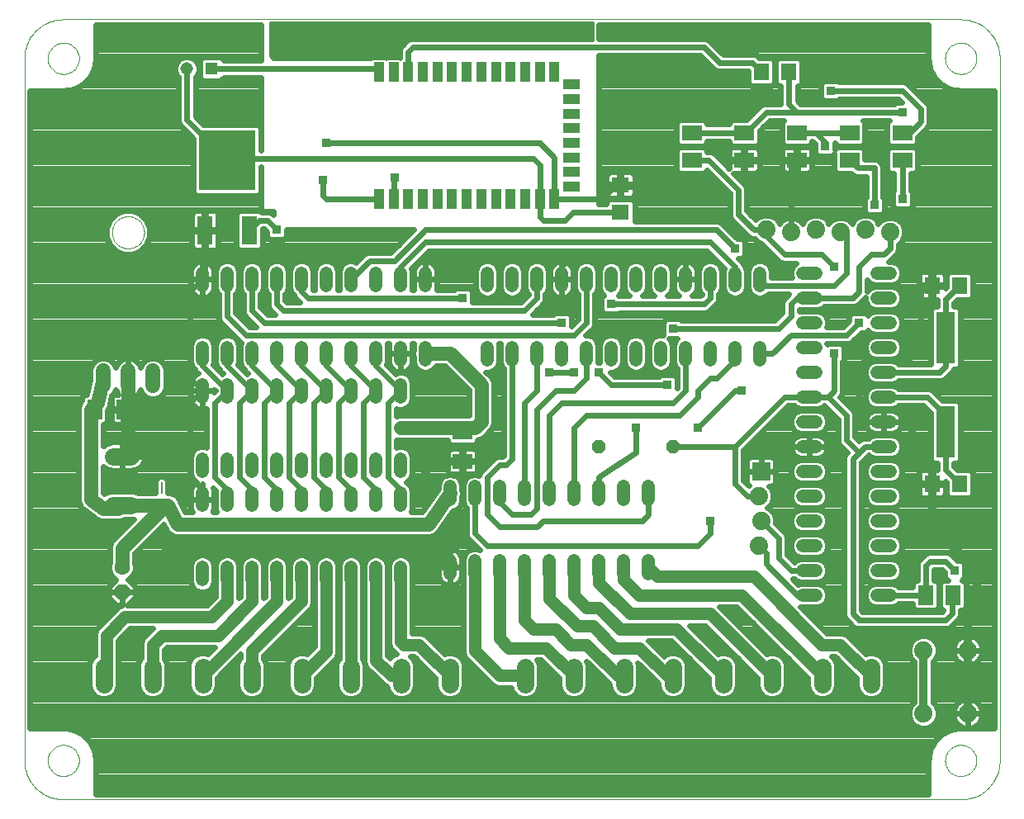
<source format=gtl>
G75*
G70*
%OFA0B0*%
%FSLAX24Y24*%
%IPPOS*%
%LPD*%
%AMOC8*
5,1,8,0,0,1.08239X$1,22.5*
%
%ADD10C,0.0060*%
%ADD11C,0.0520*%
%ADD12OC8,0.0520*%
%ADD13C,0.0705*%
%ADD14OC8,0.0630*%
%ADD15C,0.0630*%
%ADD16R,0.0760X0.2100*%
%ADD17R,0.0630X0.0709*%
%ADD18R,0.0630X0.0787*%
%ADD19R,0.0740X0.0740*%
%ADD20C,0.0740*%
%ADD21C,0.0600*%
%ADD22C,0.0000*%
%ADD23R,0.0787X0.0591*%
%ADD24R,0.0591X0.0787*%
%ADD25R,0.0394X0.0787*%
%ADD26R,0.0709X0.0394*%
%ADD27R,0.0630X0.1181*%
%ADD28R,0.2283X0.2441*%
%ADD29R,0.0709X0.0630*%
%ADD30R,0.0787X0.0630*%
%ADD31R,0.0515X0.0515*%
%ADD32C,0.0515*%
%ADD33C,0.0240*%
%ADD34C,0.0560*%
%ADD35R,0.0356X0.0356*%
%ADD36C,0.0320*%
%ADD37C,0.0660*%
%ADD38C,0.0120*%
%ADD39C,0.0500*%
D10*
X010165Y055078D02*
X010165Y055505D01*
D11*
X011816Y055932D02*
X011816Y056452D01*
X012816Y056452D02*
X012816Y055932D01*
X012816Y055077D02*
X012816Y054557D01*
X013816Y054557D02*
X013816Y055077D01*
X013816Y055932D02*
X013816Y056452D01*
X014816Y056452D02*
X014816Y055932D01*
X014816Y055077D02*
X014816Y054557D01*
X015816Y054557D02*
X015816Y055077D01*
X015816Y055932D02*
X015816Y056452D01*
X016816Y056452D02*
X016816Y055932D01*
X016816Y055077D02*
X016816Y054557D01*
X017816Y054557D02*
X017816Y055077D01*
X017816Y055932D02*
X017816Y056452D01*
X018816Y056452D02*
X018816Y055932D01*
X018816Y055077D02*
X018816Y054557D01*
X019816Y054557D02*
X019816Y055077D01*
X019816Y055932D02*
X019816Y056452D01*
X019816Y058932D02*
X019816Y059452D01*
X019816Y060432D02*
X019816Y060952D01*
X020816Y060952D02*
X020816Y060432D01*
X018816Y060432D02*
X018816Y060952D01*
X017816Y060952D02*
X017816Y060432D01*
X017816Y059452D02*
X017816Y058932D01*
X018816Y058932D02*
X018816Y059452D01*
X016816Y059452D02*
X016816Y058932D01*
X015816Y058932D02*
X015816Y059452D01*
X015816Y060432D02*
X015816Y060952D01*
X016816Y060952D02*
X016816Y060432D01*
X014816Y060432D02*
X014816Y060952D01*
X013816Y060952D02*
X013816Y060432D01*
X013816Y059452D02*
X013816Y058932D01*
X014816Y058932D02*
X014816Y059452D01*
X012816Y059452D02*
X012816Y058932D01*
X011816Y058932D02*
X011816Y059452D01*
X011816Y060432D02*
X011816Y060952D01*
X012816Y060952D02*
X012816Y060432D01*
X012816Y063432D02*
X012816Y063952D01*
X013816Y063952D02*
X013816Y063432D01*
X014816Y063432D02*
X014816Y063952D01*
X015816Y063952D02*
X015816Y063432D01*
X016816Y063432D02*
X016816Y063952D01*
X017816Y063952D02*
X017816Y063432D01*
X018816Y063432D02*
X018816Y063952D01*
X019816Y063952D02*
X019816Y063432D01*
X020816Y063432D02*
X020816Y063952D01*
X023316Y063952D02*
X023316Y063432D01*
X024316Y063432D02*
X024316Y063952D01*
X025316Y063952D02*
X025316Y063432D01*
X026316Y063432D02*
X026316Y063952D01*
X027316Y063952D02*
X027316Y063432D01*
X028316Y063432D02*
X028316Y063952D01*
X029316Y063952D02*
X029316Y063432D01*
X030316Y063432D02*
X030316Y063952D01*
X031316Y063952D02*
X031316Y063432D01*
X032316Y063432D02*
X032316Y063952D01*
X033316Y063952D02*
X033316Y063432D01*
X034316Y063432D02*
X034316Y063952D01*
X036056Y063942D02*
X036576Y063942D01*
X036576Y062942D02*
X036056Y062942D01*
X036056Y061942D02*
X036576Y061942D01*
X036576Y060942D02*
X036056Y060942D01*
X036056Y059942D02*
X036576Y059942D01*
X036576Y058942D02*
X036056Y058942D01*
X036056Y057942D02*
X036576Y057942D01*
X036576Y056942D02*
X036056Y056942D01*
X036056Y055942D02*
X036576Y055942D01*
X036576Y054942D02*
X036056Y054942D01*
X036056Y053942D02*
X036576Y053942D01*
X036576Y052942D02*
X036056Y052942D01*
X036056Y051942D02*
X036576Y051942D01*
X036576Y050942D02*
X036056Y050942D01*
X039056Y050942D02*
X039576Y050942D01*
X039576Y051942D02*
X039056Y051942D01*
X039056Y052942D02*
X039576Y052942D01*
X039576Y053942D02*
X039056Y053942D01*
X039056Y054942D02*
X039576Y054942D01*
X039576Y055942D02*
X039056Y055942D01*
X039056Y056942D02*
X039576Y056942D01*
X039576Y057942D02*
X039056Y057942D01*
X039056Y058942D02*
X039576Y058942D01*
X039576Y059942D02*
X039056Y059942D01*
X039056Y060942D02*
X039576Y060942D01*
X039576Y061942D02*
X039056Y061942D01*
X039056Y062942D02*
X039576Y062942D01*
X039576Y063942D02*
X039056Y063942D01*
X034316Y060952D02*
X034316Y060432D01*
X033316Y060432D02*
X033316Y060952D01*
X032316Y060952D02*
X032316Y060432D01*
X031316Y060432D02*
X031316Y060952D01*
X030316Y060952D02*
X030316Y060432D01*
X029316Y060432D02*
X029316Y060952D01*
X028316Y060952D02*
X028316Y060432D01*
X027316Y060432D02*
X027316Y060952D01*
X026316Y060952D02*
X026316Y060432D01*
X025316Y060432D02*
X025316Y060952D01*
X024316Y060952D02*
X024316Y060432D01*
X023316Y060432D02*
X023316Y060952D01*
X023816Y055327D02*
X023816Y054807D01*
X024816Y054807D02*
X024816Y055327D01*
X025816Y055327D02*
X025816Y054807D01*
X026816Y054807D02*
X026816Y055327D01*
X027816Y055327D02*
X027816Y054807D01*
X028816Y054807D02*
X028816Y055327D01*
X029816Y055327D02*
X029816Y054807D01*
X029816Y052327D02*
X029816Y051807D01*
X028816Y051807D02*
X028816Y052327D01*
X027816Y052327D02*
X027816Y051807D01*
X026816Y051807D02*
X026816Y052327D01*
X025816Y052327D02*
X025816Y051807D01*
X024816Y051807D02*
X024816Y052327D01*
X023816Y052327D02*
X023816Y051807D01*
X022816Y051807D02*
X022816Y052327D01*
X021816Y052327D02*
X021816Y051807D01*
X019816Y051557D02*
X019816Y052077D01*
X018816Y052077D02*
X018816Y051557D01*
X017816Y051557D02*
X017816Y052077D01*
X016816Y052077D02*
X016816Y051557D01*
X015816Y051557D02*
X015816Y052077D01*
X014816Y052077D02*
X014816Y051557D01*
X013816Y051557D02*
X013816Y052077D01*
X012816Y052077D02*
X012816Y051557D01*
X011816Y051557D02*
X011816Y052077D01*
X011816Y054557D02*
X011816Y055077D01*
X011816Y063432D02*
X011816Y063952D01*
X021816Y055327D02*
X021816Y054807D01*
X022816Y054807D02*
X022816Y055327D01*
D12*
X027816Y056942D03*
X030816Y056942D03*
D13*
X030800Y048045D02*
X030800Y047340D01*
X028831Y047340D02*
X028831Y048045D01*
X026800Y048045D02*
X026800Y047340D01*
X024831Y047340D02*
X024831Y048045D01*
X021800Y048045D02*
X021800Y047340D01*
X019831Y047340D02*
X019831Y048045D01*
X017800Y048045D02*
X017800Y047340D01*
X015831Y047340D02*
X015831Y048045D01*
X013800Y048045D02*
X013800Y047340D01*
X011831Y047340D02*
X011831Y048045D01*
X009800Y048045D02*
X009800Y047340D01*
X007831Y047340D02*
X007831Y048045D01*
X008213Y054583D02*
X008918Y054583D01*
X008918Y056551D02*
X008213Y056551D01*
X032831Y048045D02*
X032831Y047340D01*
X034800Y047340D02*
X034800Y048045D01*
X036831Y048045D02*
X036831Y047340D01*
X038800Y047340D02*
X038800Y048045D01*
D14*
X008566Y051067D03*
D15*
X008566Y052067D03*
D16*
X041816Y057542D03*
X041816Y061342D03*
D17*
X042367Y063442D03*
X041265Y063442D03*
X041265Y055442D03*
X042367Y055442D03*
X035492Y072067D03*
X034390Y072067D03*
D18*
X041015Y050942D03*
X042117Y050942D03*
D19*
X034366Y055942D03*
D20*
X034266Y054942D03*
X034366Y053942D03*
X034266Y052942D03*
X040926Y048722D03*
X040926Y046162D03*
X042706Y046162D03*
X042706Y048722D03*
X039566Y065592D03*
X038566Y065692D03*
X037566Y065592D03*
X036566Y065692D03*
X035566Y065592D03*
X034566Y065692D03*
D21*
X009816Y059992D02*
X009816Y059392D01*
X008816Y059392D02*
X008816Y059992D01*
X007816Y059992D02*
X007816Y059392D01*
D22*
X006206Y042694D02*
X042426Y042694D01*
X041796Y044269D02*
X041798Y044319D01*
X041804Y044369D01*
X041814Y044418D01*
X041828Y044466D01*
X041845Y044513D01*
X041866Y044558D01*
X041891Y044602D01*
X041919Y044643D01*
X041951Y044682D01*
X041985Y044719D01*
X042022Y044753D01*
X042062Y044783D01*
X042104Y044810D01*
X042148Y044834D01*
X042194Y044855D01*
X042241Y044871D01*
X042289Y044884D01*
X042339Y044893D01*
X042388Y044898D01*
X042439Y044899D01*
X042489Y044896D01*
X042538Y044889D01*
X042587Y044878D01*
X042635Y044863D01*
X042681Y044845D01*
X042726Y044823D01*
X042769Y044797D01*
X042810Y044768D01*
X042849Y044736D01*
X042885Y044701D01*
X042917Y044663D01*
X042947Y044623D01*
X042974Y044580D01*
X042997Y044536D01*
X043016Y044490D01*
X043032Y044442D01*
X043044Y044393D01*
X043052Y044344D01*
X043056Y044294D01*
X043056Y044244D01*
X043052Y044194D01*
X043044Y044145D01*
X043032Y044096D01*
X043016Y044048D01*
X042997Y044002D01*
X042974Y043958D01*
X042947Y043915D01*
X042917Y043875D01*
X042885Y043837D01*
X042849Y043802D01*
X042810Y043770D01*
X042769Y043741D01*
X042726Y043715D01*
X042681Y043693D01*
X042635Y043675D01*
X042587Y043660D01*
X042538Y043649D01*
X042489Y043642D01*
X042439Y043639D01*
X042388Y043640D01*
X042339Y043645D01*
X042289Y043654D01*
X042241Y043667D01*
X042194Y043683D01*
X042148Y043704D01*
X042104Y043728D01*
X042062Y043755D01*
X042022Y043785D01*
X041985Y043819D01*
X041951Y043856D01*
X041919Y043895D01*
X041891Y043936D01*
X041866Y043980D01*
X041845Y044025D01*
X041828Y044072D01*
X041814Y044120D01*
X041804Y044169D01*
X041798Y044219D01*
X041796Y044269D01*
X042426Y042694D02*
X042503Y042696D01*
X042580Y042702D01*
X042657Y042711D01*
X042733Y042724D01*
X042809Y042741D01*
X042883Y042762D01*
X042957Y042786D01*
X043029Y042814D01*
X043099Y042845D01*
X043168Y042880D01*
X043236Y042918D01*
X043301Y042959D01*
X043364Y043004D01*
X043425Y043052D01*
X043484Y043102D01*
X043540Y043155D01*
X043593Y043211D01*
X043643Y043270D01*
X043691Y043331D01*
X043736Y043394D01*
X043777Y043459D01*
X043815Y043527D01*
X043850Y043596D01*
X043881Y043666D01*
X043909Y043738D01*
X043933Y043812D01*
X043954Y043886D01*
X043971Y043962D01*
X043984Y044038D01*
X043993Y044115D01*
X043999Y044192D01*
X044001Y044269D01*
X044001Y072615D01*
X041796Y072615D02*
X041798Y072665D01*
X041804Y072715D01*
X041814Y072764D01*
X041828Y072812D01*
X041845Y072859D01*
X041866Y072904D01*
X041891Y072948D01*
X041919Y072989D01*
X041951Y073028D01*
X041985Y073065D01*
X042022Y073099D01*
X042062Y073129D01*
X042104Y073156D01*
X042148Y073180D01*
X042194Y073201D01*
X042241Y073217D01*
X042289Y073230D01*
X042339Y073239D01*
X042388Y073244D01*
X042439Y073245D01*
X042489Y073242D01*
X042538Y073235D01*
X042587Y073224D01*
X042635Y073209D01*
X042681Y073191D01*
X042726Y073169D01*
X042769Y073143D01*
X042810Y073114D01*
X042849Y073082D01*
X042885Y073047D01*
X042917Y073009D01*
X042947Y072969D01*
X042974Y072926D01*
X042997Y072882D01*
X043016Y072836D01*
X043032Y072788D01*
X043044Y072739D01*
X043052Y072690D01*
X043056Y072640D01*
X043056Y072590D01*
X043052Y072540D01*
X043044Y072491D01*
X043032Y072442D01*
X043016Y072394D01*
X042997Y072348D01*
X042974Y072304D01*
X042947Y072261D01*
X042917Y072221D01*
X042885Y072183D01*
X042849Y072148D01*
X042810Y072116D01*
X042769Y072087D01*
X042726Y072061D01*
X042681Y072039D01*
X042635Y072021D01*
X042587Y072006D01*
X042538Y071995D01*
X042489Y071988D01*
X042439Y071985D01*
X042388Y071986D01*
X042339Y071991D01*
X042289Y072000D01*
X042241Y072013D01*
X042194Y072029D01*
X042148Y072050D01*
X042104Y072074D01*
X042062Y072101D01*
X042022Y072131D01*
X041985Y072165D01*
X041951Y072202D01*
X041919Y072241D01*
X041891Y072282D01*
X041866Y072326D01*
X041845Y072371D01*
X041828Y072418D01*
X041814Y072466D01*
X041804Y072515D01*
X041798Y072565D01*
X041796Y072615D01*
X042426Y074190D02*
X042503Y074188D01*
X042580Y074182D01*
X042657Y074173D01*
X042733Y074160D01*
X042809Y074143D01*
X042883Y074122D01*
X042957Y074098D01*
X043029Y074070D01*
X043099Y074039D01*
X043168Y074004D01*
X043236Y073966D01*
X043301Y073925D01*
X043364Y073880D01*
X043425Y073832D01*
X043484Y073782D01*
X043540Y073729D01*
X043593Y073673D01*
X043643Y073614D01*
X043691Y073553D01*
X043736Y073490D01*
X043777Y073425D01*
X043815Y073357D01*
X043850Y073288D01*
X043881Y073218D01*
X043909Y073146D01*
X043933Y073072D01*
X043954Y072998D01*
X043971Y072922D01*
X043984Y072846D01*
X043993Y072769D01*
X043999Y072692D01*
X044001Y072615D01*
X042426Y074190D02*
X006206Y074190D01*
X005576Y072615D02*
X005578Y072665D01*
X005584Y072715D01*
X005594Y072764D01*
X005608Y072812D01*
X005625Y072859D01*
X005646Y072904D01*
X005671Y072948D01*
X005699Y072989D01*
X005731Y073028D01*
X005765Y073065D01*
X005802Y073099D01*
X005842Y073129D01*
X005884Y073156D01*
X005928Y073180D01*
X005974Y073201D01*
X006021Y073217D01*
X006069Y073230D01*
X006119Y073239D01*
X006168Y073244D01*
X006219Y073245D01*
X006269Y073242D01*
X006318Y073235D01*
X006367Y073224D01*
X006415Y073209D01*
X006461Y073191D01*
X006506Y073169D01*
X006549Y073143D01*
X006590Y073114D01*
X006629Y073082D01*
X006665Y073047D01*
X006697Y073009D01*
X006727Y072969D01*
X006754Y072926D01*
X006777Y072882D01*
X006796Y072836D01*
X006812Y072788D01*
X006824Y072739D01*
X006832Y072690D01*
X006836Y072640D01*
X006836Y072590D01*
X006832Y072540D01*
X006824Y072491D01*
X006812Y072442D01*
X006796Y072394D01*
X006777Y072348D01*
X006754Y072304D01*
X006727Y072261D01*
X006697Y072221D01*
X006665Y072183D01*
X006629Y072148D01*
X006590Y072116D01*
X006549Y072087D01*
X006506Y072061D01*
X006461Y072039D01*
X006415Y072021D01*
X006367Y072006D01*
X006318Y071995D01*
X006269Y071988D01*
X006219Y071985D01*
X006168Y071986D01*
X006119Y071991D01*
X006069Y072000D01*
X006021Y072013D01*
X005974Y072029D01*
X005928Y072050D01*
X005884Y072074D01*
X005842Y072101D01*
X005802Y072131D01*
X005765Y072165D01*
X005731Y072202D01*
X005699Y072241D01*
X005671Y072282D01*
X005646Y072326D01*
X005625Y072371D01*
X005608Y072418D01*
X005594Y072466D01*
X005584Y072515D01*
X005578Y072565D01*
X005576Y072615D01*
X004631Y072615D02*
X004633Y072692D01*
X004639Y072769D01*
X004648Y072846D01*
X004661Y072922D01*
X004678Y072998D01*
X004699Y073072D01*
X004723Y073146D01*
X004751Y073218D01*
X004782Y073288D01*
X004817Y073357D01*
X004855Y073425D01*
X004896Y073490D01*
X004941Y073553D01*
X004989Y073614D01*
X005039Y073673D01*
X005092Y073729D01*
X005148Y073782D01*
X005207Y073832D01*
X005268Y073880D01*
X005331Y073925D01*
X005396Y073966D01*
X005464Y074004D01*
X005533Y074039D01*
X005603Y074070D01*
X005675Y074098D01*
X005749Y074122D01*
X005823Y074143D01*
X005899Y074160D01*
X005975Y074173D01*
X006052Y074182D01*
X006129Y074188D01*
X006206Y074190D01*
X004631Y072615D02*
X004631Y044269D01*
X005576Y044269D02*
X005578Y044319D01*
X005584Y044369D01*
X005594Y044418D01*
X005608Y044466D01*
X005625Y044513D01*
X005646Y044558D01*
X005671Y044602D01*
X005699Y044643D01*
X005731Y044682D01*
X005765Y044719D01*
X005802Y044753D01*
X005842Y044783D01*
X005884Y044810D01*
X005928Y044834D01*
X005974Y044855D01*
X006021Y044871D01*
X006069Y044884D01*
X006119Y044893D01*
X006168Y044898D01*
X006219Y044899D01*
X006269Y044896D01*
X006318Y044889D01*
X006367Y044878D01*
X006415Y044863D01*
X006461Y044845D01*
X006506Y044823D01*
X006549Y044797D01*
X006590Y044768D01*
X006629Y044736D01*
X006665Y044701D01*
X006697Y044663D01*
X006727Y044623D01*
X006754Y044580D01*
X006777Y044536D01*
X006796Y044490D01*
X006812Y044442D01*
X006824Y044393D01*
X006832Y044344D01*
X006836Y044294D01*
X006836Y044244D01*
X006832Y044194D01*
X006824Y044145D01*
X006812Y044096D01*
X006796Y044048D01*
X006777Y044002D01*
X006754Y043958D01*
X006727Y043915D01*
X006697Y043875D01*
X006665Y043837D01*
X006629Y043802D01*
X006590Y043770D01*
X006549Y043741D01*
X006506Y043715D01*
X006461Y043693D01*
X006415Y043675D01*
X006367Y043660D01*
X006318Y043649D01*
X006269Y043642D01*
X006219Y043639D01*
X006168Y043640D01*
X006119Y043645D01*
X006069Y043654D01*
X006021Y043667D01*
X005974Y043683D01*
X005928Y043704D01*
X005884Y043728D01*
X005842Y043755D01*
X005802Y043785D01*
X005765Y043819D01*
X005731Y043856D01*
X005699Y043895D01*
X005671Y043936D01*
X005646Y043980D01*
X005625Y044025D01*
X005608Y044072D01*
X005594Y044120D01*
X005584Y044169D01*
X005578Y044219D01*
X005576Y044269D01*
X004631Y044269D02*
X004633Y044192D01*
X004639Y044115D01*
X004648Y044038D01*
X004661Y043962D01*
X004678Y043886D01*
X004699Y043812D01*
X004723Y043738D01*
X004751Y043666D01*
X004782Y043596D01*
X004817Y043527D01*
X004855Y043459D01*
X004896Y043394D01*
X004941Y043331D01*
X004989Y043270D01*
X005039Y043211D01*
X005092Y043155D01*
X005148Y043102D01*
X005207Y043052D01*
X005268Y043004D01*
X005331Y042959D01*
X005396Y042918D01*
X005464Y042880D01*
X005533Y042845D01*
X005603Y042814D01*
X005675Y042786D01*
X005749Y042762D01*
X005823Y042741D01*
X005899Y042724D01*
X005975Y042711D01*
X006052Y042702D01*
X006129Y042696D01*
X006206Y042694D01*
X008166Y065592D02*
X008168Y065642D01*
X008174Y065692D01*
X008184Y065742D01*
X008197Y065790D01*
X008214Y065838D01*
X008235Y065884D01*
X008259Y065928D01*
X008287Y065970D01*
X008318Y066010D01*
X008352Y066047D01*
X008389Y066082D01*
X008428Y066113D01*
X008469Y066142D01*
X008513Y066167D01*
X008559Y066189D01*
X008606Y066207D01*
X008654Y066221D01*
X008703Y066232D01*
X008753Y066239D01*
X008803Y066242D01*
X008854Y066241D01*
X008904Y066236D01*
X008954Y066227D01*
X009002Y066215D01*
X009050Y066198D01*
X009096Y066178D01*
X009141Y066155D01*
X009184Y066128D01*
X009224Y066098D01*
X009262Y066065D01*
X009297Y066029D01*
X009330Y065990D01*
X009359Y065949D01*
X009385Y065906D01*
X009408Y065861D01*
X009427Y065814D01*
X009442Y065766D01*
X009454Y065717D01*
X009462Y065667D01*
X009466Y065617D01*
X009466Y065567D01*
X009462Y065517D01*
X009454Y065467D01*
X009442Y065418D01*
X009427Y065370D01*
X009408Y065323D01*
X009385Y065278D01*
X009359Y065235D01*
X009330Y065194D01*
X009297Y065155D01*
X009262Y065119D01*
X009224Y065086D01*
X009184Y065056D01*
X009141Y065029D01*
X009096Y065006D01*
X009050Y064986D01*
X009002Y064969D01*
X008954Y064957D01*
X008904Y064948D01*
X008854Y064943D01*
X008803Y064942D01*
X008753Y064945D01*
X008703Y064952D01*
X008654Y064963D01*
X008606Y064977D01*
X008559Y064995D01*
X008513Y065017D01*
X008469Y065042D01*
X008428Y065071D01*
X008389Y065102D01*
X008352Y065137D01*
X008318Y065174D01*
X008287Y065214D01*
X008259Y065256D01*
X008235Y065300D01*
X008214Y065346D01*
X008197Y065394D01*
X008184Y065442D01*
X008174Y065492D01*
X008168Y065542D01*
X008166Y065592D01*
D23*
X022316Y057533D03*
X022316Y056352D03*
D24*
X008656Y058442D03*
X007475Y058442D03*
D25*
X018941Y066942D03*
X019531Y066942D03*
X020122Y066942D03*
X020712Y066942D03*
X021303Y066942D03*
X021894Y066942D03*
X022484Y066942D03*
X023075Y066942D03*
X023665Y066942D03*
X024256Y066942D03*
X024846Y066942D03*
X025437Y066942D03*
X026027Y066942D03*
X026027Y072060D03*
X025437Y072060D03*
X024846Y072060D03*
X024256Y072060D03*
X023665Y072060D03*
X023075Y072060D03*
X022484Y072060D03*
X021894Y072060D03*
X021303Y072060D03*
X020712Y072060D03*
X020122Y072060D03*
X019531Y072060D03*
X018941Y072060D03*
D26*
X026716Y071568D03*
X026716Y070978D03*
X026716Y070387D03*
X026716Y069796D03*
X026716Y069206D03*
X026716Y068615D03*
X026716Y068025D03*
X026716Y067434D03*
D27*
X013713Y065677D03*
X011918Y065677D03*
D28*
X012816Y068504D03*
D29*
X028691Y067493D03*
X028691Y066391D03*
D30*
X031566Y068516D03*
X031566Y069618D03*
X033691Y069618D03*
X033691Y068516D03*
X035816Y068516D03*
X035816Y069618D03*
X037941Y069618D03*
X037941Y068516D03*
X040066Y068516D03*
X040066Y069618D03*
D31*
X012191Y072192D03*
D32*
X011191Y072192D03*
D33*
X011191Y070129D01*
X012816Y068504D01*
X012879Y068567D01*
X025191Y068567D01*
X025437Y068321D01*
X025437Y066942D01*
X025441Y066938D01*
X025441Y066192D01*
X025566Y066067D01*
X026441Y066067D01*
X026765Y066391D01*
X028691Y066391D01*
X028728Y066958D02*
X029074Y066958D01*
X029130Y066973D01*
X029180Y067002D01*
X029221Y067043D01*
X029250Y067093D01*
X029265Y067149D01*
X029265Y067456D01*
X028728Y067456D01*
X028728Y066958D01*
X028728Y066996D02*
X028653Y066996D01*
X028653Y066958D02*
X028653Y067456D01*
X028116Y067456D01*
X028116Y067149D01*
X028131Y067093D01*
X028160Y067043D01*
X028201Y067002D01*
X028251Y066973D01*
X028307Y066958D01*
X028653Y066958D01*
X028653Y067235D02*
X028728Y067235D01*
X028728Y067456D02*
X028653Y067456D01*
X028653Y067531D01*
X028116Y067531D01*
X028116Y067837D01*
X028131Y067893D01*
X028160Y067943D01*
X028201Y067984D01*
X028251Y068013D01*
X028307Y068028D01*
X028653Y068028D01*
X028653Y067531D01*
X028728Y067531D01*
X028728Y068028D01*
X029074Y068028D01*
X029130Y068013D01*
X029180Y067984D01*
X029221Y067943D01*
X029250Y067893D01*
X029265Y067837D01*
X029265Y067531D01*
X028728Y067531D01*
X028728Y067456D01*
X028728Y067473D02*
X032804Y067473D01*
X033042Y067235D02*
X029265Y067235D01*
X029170Y066996D02*
X033101Y066996D01*
X033101Y067176D02*
X033101Y066250D01*
X033153Y066125D01*
X033778Y065500D01*
X033873Y065404D01*
X033998Y065352D01*
X034071Y065352D01*
X034232Y065192D01*
X034408Y065119D01*
X035028Y064500D01*
X035123Y064404D01*
X035248Y064352D01*
X035791Y064352D01*
X035784Y064349D01*
X035649Y064214D01*
X035576Y064038D01*
X035576Y063847D01*
X035602Y063782D01*
X034796Y063782D01*
X034796Y064048D01*
X034723Y064224D01*
X034588Y064359D01*
X034411Y064432D01*
X034220Y064432D01*
X034044Y064359D01*
X033909Y064224D01*
X033836Y064048D01*
X033836Y063337D01*
X033909Y063160D01*
X034044Y063025D01*
X034220Y062952D01*
X034411Y062952D01*
X034588Y063025D01*
X034665Y063102D01*
X035495Y063102D01*
X035278Y062885D01*
X035226Y062760D01*
X035226Y062333D01*
X034925Y062032D01*
X031143Y062032D01*
X031085Y062090D01*
X030547Y062090D01*
X030418Y061961D01*
X030418Y061430D01*
X030411Y061432D01*
X030220Y061432D01*
X030044Y061359D01*
X029909Y061224D01*
X029836Y061048D01*
X029836Y060337D01*
X029909Y060160D01*
X030044Y060025D01*
X030220Y059952D01*
X030411Y059952D01*
X030588Y060025D01*
X030723Y060160D01*
X030796Y060337D01*
X030796Y061048D01*
X030723Y061224D01*
X030653Y061294D01*
X030979Y061294D01*
X030909Y061224D01*
X030836Y061048D01*
X030836Y060337D01*
X030909Y060160D01*
X030976Y060093D01*
X030976Y059333D01*
X030964Y059321D01*
X030964Y059711D01*
X030835Y059840D01*
X030297Y059840D01*
X030238Y059782D01*
X028457Y059782D01*
X028287Y059952D01*
X028411Y059952D01*
X028588Y060025D01*
X028723Y060160D01*
X028796Y060337D01*
X028796Y061048D01*
X028723Y061224D01*
X028588Y061359D01*
X028411Y061432D01*
X028220Y061432D01*
X028044Y061359D01*
X027909Y061224D01*
X027836Y061048D01*
X027836Y060340D01*
X027796Y060340D01*
X027796Y061048D01*
X027723Y061224D01*
X027588Y061359D01*
X027411Y061432D01*
X027287Y061432D01*
X027508Y061654D01*
X027604Y061750D01*
X027656Y061875D01*
X027656Y063093D01*
X027723Y063160D01*
X027796Y063337D01*
X027796Y064048D01*
X027723Y064224D01*
X027588Y064359D01*
X027411Y064432D01*
X027220Y064432D01*
X027044Y064359D01*
X026909Y064224D01*
X026836Y064048D01*
X026836Y063337D01*
X026909Y063160D01*
X026976Y063093D01*
X026976Y062083D01*
X026714Y061821D01*
X026714Y062211D01*
X026585Y062340D01*
X026047Y062340D01*
X025988Y062282D01*
X025137Y062282D01*
X025508Y062654D01*
X025604Y062750D01*
X025656Y062875D01*
X025656Y063093D01*
X025723Y063160D01*
X025796Y063337D01*
X025796Y064048D01*
X025723Y064224D01*
X025588Y064359D01*
X025411Y064432D01*
X025220Y064432D01*
X025044Y064359D01*
X024909Y064224D01*
X024836Y064048D01*
X024836Y063337D01*
X024909Y063160D01*
X024976Y063093D01*
X024976Y063083D01*
X024675Y062782D01*
X022714Y062782D01*
X022714Y063211D01*
X022585Y063340D01*
X022047Y063340D01*
X021988Y063282D01*
X021272Y063282D01*
X021284Y063320D01*
X021296Y063394D01*
X021296Y063692D01*
X020816Y063692D01*
X020816Y063692D01*
X021296Y063692D01*
X021296Y063990D01*
X021284Y064065D01*
X021261Y064136D01*
X021226Y064204D01*
X021182Y064265D01*
X021128Y064318D01*
X021067Y064363D01*
X021000Y064397D01*
X020928Y064420D01*
X020854Y064432D01*
X020816Y064432D01*
X020816Y063692D01*
X020816Y064442D01*
X021066Y064692D01*
X026066Y064692D01*
X026316Y064442D01*
X026316Y063692D01*
X026316Y063692D01*
X026796Y063692D01*
X026796Y063394D01*
X026784Y063320D01*
X026761Y063248D01*
X026726Y063181D01*
X026682Y063119D01*
X026628Y063066D01*
X026567Y063022D01*
X026500Y062987D01*
X026428Y062964D01*
X026354Y062952D01*
X026316Y062952D01*
X026316Y063692D01*
X026316Y063692D01*
X026796Y063692D01*
X026796Y063990D01*
X026784Y064065D01*
X026761Y064136D01*
X026726Y064204D01*
X026682Y064265D01*
X026628Y064318D01*
X026567Y064363D01*
X026500Y064397D01*
X026428Y064420D01*
X026354Y064432D01*
X026316Y064432D01*
X026316Y063692D01*
X026316Y062952D01*
X026278Y062952D01*
X026203Y062964D01*
X026131Y062987D01*
X026064Y063022D01*
X026003Y063066D01*
X025950Y063119D01*
X025905Y063181D01*
X025871Y063248D01*
X025848Y063320D01*
X025836Y063394D01*
X025836Y063692D01*
X026316Y063692D01*
X026316Y064192D01*
X026816Y064692D01*
X031066Y064692D01*
X031316Y064442D01*
X031316Y063692D01*
X031316Y063692D01*
X031796Y063692D01*
X031796Y063394D01*
X031784Y063320D01*
X031761Y063248D01*
X031726Y063181D01*
X031682Y063119D01*
X031628Y063066D01*
X031582Y063032D01*
X031925Y063032D01*
X031976Y063083D01*
X031976Y063093D01*
X031909Y063160D01*
X031836Y063337D01*
X031836Y064048D01*
X031909Y064224D01*
X032044Y064359D01*
X032220Y064432D01*
X032411Y064432D01*
X032588Y064359D01*
X032723Y064224D01*
X032796Y064048D01*
X032796Y063337D01*
X032723Y063160D01*
X032656Y063093D01*
X032656Y062875D01*
X032604Y062750D01*
X032508Y062654D01*
X032508Y062654D01*
X032354Y062500D01*
X032354Y062500D01*
X032258Y062404D01*
X032133Y062352D01*
X028643Y062352D01*
X028585Y062294D01*
X028047Y062294D01*
X027918Y062423D01*
X027918Y062961D01*
X028013Y063056D01*
X027909Y063160D01*
X027836Y063337D01*
X027836Y064048D01*
X027909Y064224D01*
X028044Y064359D01*
X028220Y064432D01*
X028411Y064432D01*
X028588Y064359D01*
X028723Y064224D01*
X028796Y064048D01*
X028796Y063337D01*
X028723Y063160D01*
X028619Y063056D01*
X028643Y063032D01*
X029037Y063032D01*
X028909Y063160D01*
X028836Y063337D01*
X028836Y064048D01*
X028909Y064224D01*
X029044Y064359D01*
X029220Y064432D01*
X029411Y064432D01*
X029588Y064359D01*
X029723Y064224D01*
X029796Y064048D01*
X029796Y063337D01*
X029723Y063160D01*
X029595Y063032D01*
X030037Y063032D01*
X029909Y063160D01*
X029836Y063337D01*
X029836Y064048D01*
X029909Y064224D01*
X030044Y064359D01*
X030220Y064432D01*
X030411Y064432D01*
X030588Y064359D01*
X030723Y064224D01*
X030796Y064048D01*
X030796Y063337D01*
X030723Y063160D01*
X030595Y063032D01*
X031050Y063032D01*
X031003Y063066D01*
X030950Y063119D01*
X030905Y063181D01*
X030871Y063248D01*
X030848Y063320D01*
X030836Y063394D01*
X030836Y063692D01*
X031316Y063692D01*
X031796Y063692D01*
X031796Y063990D01*
X031784Y064065D01*
X031761Y064136D01*
X031726Y064204D01*
X031682Y064265D01*
X031628Y064318D01*
X031567Y064363D01*
X031500Y064397D01*
X031428Y064420D01*
X031354Y064432D01*
X031316Y064432D01*
X031316Y063692D01*
X031316Y063692D01*
X031316Y063692D01*
X030836Y063692D01*
X030836Y063990D01*
X030848Y064065D01*
X030871Y064136D01*
X030905Y064204D01*
X030950Y064265D01*
X031003Y064318D01*
X031064Y064363D01*
X031131Y064397D01*
X031203Y064420D01*
X031278Y064432D01*
X031316Y064432D01*
X031316Y063692D01*
X031316Y063896D02*
X031316Y063896D01*
X031316Y064134D02*
X031316Y064134D01*
X031316Y064373D02*
X031316Y064373D01*
X031548Y064373D02*
X032077Y064373D01*
X031872Y064134D02*
X031761Y064134D01*
X031796Y063896D02*
X031836Y063896D01*
X031836Y063657D02*
X031796Y063657D01*
X031796Y063419D02*
X031836Y063419D01*
X031901Y063180D02*
X031726Y063180D01*
X032066Y062692D02*
X032316Y062942D01*
X032316Y063692D01*
X032796Y063657D02*
X032836Y063657D01*
X032836Y063419D02*
X032796Y063419D01*
X032836Y063337D02*
X032909Y063160D01*
X033044Y063025D01*
X033220Y062952D01*
X033411Y062952D01*
X033588Y063025D01*
X033723Y063160D01*
X033796Y063337D01*
X033796Y064048D01*
X033723Y064224D01*
X033634Y064313D01*
X033604Y064385D01*
X033508Y064480D01*
X033445Y064544D01*
X033585Y064544D01*
X033714Y064673D01*
X033714Y065211D01*
X033585Y065340D01*
X033398Y065340D01*
X032758Y065980D01*
X032633Y066032D01*
X029265Y066032D01*
X029265Y066797D01*
X029136Y066926D01*
X028245Y066926D01*
X028116Y066797D01*
X028116Y066731D01*
X027816Y066731D01*
X027816Y072727D01*
X031925Y072727D01*
X032403Y072250D01*
X032498Y072154D01*
X032623Y072102D01*
X033855Y072102D01*
X033855Y071622D01*
X033983Y071493D01*
X034796Y071493D01*
X034925Y071622D01*
X034925Y072513D01*
X034796Y072641D01*
X034296Y072641D01*
X034207Y072730D01*
X034082Y072782D01*
X032832Y072782D01*
X032258Y073355D01*
X032133Y073407D01*
X027816Y073407D01*
X027816Y073970D01*
X041125Y073970D01*
X041125Y072660D01*
X041122Y072656D01*
X041125Y072611D01*
X041125Y072566D01*
X041128Y072562D01*
X041134Y072479D01*
X041129Y072470D01*
X041138Y072430D01*
X041141Y072389D01*
X041148Y072383D01*
X041167Y072296D01*
X041163Y072287D01*
X041177Y072249D01*
X041186Y072209D01*
X041194Y072203D01*
X041225Y072120D01*
X041222Y072111D01*
X041242Y072075D01*
X041257Y072036D01*
X041265Y072032D01*
X041308Y071954D01*
X041307Y071945D01*
X041331Y071912D01*
X041351Y071876D01*
X041360Y071873D01*
X041413Y071802D01*
X041413Y071792D01*
X041442Y071763D01*
X041467Y071730D01*
X041477Y071729D01*
X041539Y071666D01*
X041541Y071657D01*
X041574Y071632D01*
X041603Y071603D01*
X041613Y071603D01*
X041684Y071550D01*
X041686Y071540D01*
X041722Y071521D01*
X041755Y071496D01*
X041765Y071497D01*
X041843Y071455D01*
X041847Y071446D01*
X041885Y071432D01*
X041921Y071412D01*
X041931Y071415D01*
X042014Y071384D01*
X042019Y071375D01*
X042059Y071367D01*
X042098Y071352D01*
X042107Y071356D01*
X042193Y071338D01*
X042200Y071330D01*
X042241Y071327D01*
X042281Y071318D01*
X042289Y071324D01*
X042373Y071318D01*
X042376Y071314D01*
X042422Y071314D01*
X042467Y071311D01*
X042471Y071314D01*
X043781Y071314D01*
X043781Y045570D01*
X042471Y045570D01*
X042467Y045573D01*
X042422Y045570D01*
X042376Y045570D01*
X042373Y045567D01*
X042289Y045561D01*
X042281Y045566D01*
X042241Y045557D01*
X042200Y045554D01*
X042193Y045547D01*
X042107Y045528D01*
X042098Y045532D01*
X042059Y045518D01*
X042019Y045509D01*
X042014Y045501D01*
X041931Y045470D01*
X041921Y045472D01*
X041885Y045453D01*
X041847Y045438D01*
X041843Y045429D01*
X041765Y045387D01*
X041755Y045388D01*
X041722Y045364D01*
X041686Y045344D01*
X041684Y045335D01*
X041613Y045282D01*
X041603Y045282D01*
X041574Y045252D01*
X041541Y045228D01*
X041539Y045218D01*
X041477Y045155D01*
X041467Y045154D01*
X041442Y045121D01*
X041413Y045092D01*
X041413Y045082D01*
X041360Y045011D01*
X041351Y045009D01*
X041331Y044973D01*
X041307Y044940D01*
X041308Y044930D01*
X041265Y044852D01*
X041257Y044848D01*
X041242Y044810D01*
X041222Y044773D01*
X041225Y044764D01*
X041194Y044681D01*
X041186Y044676D01*
X041177Y044636D01*
X041163Y044597D01*
X041167Y044588D01*
X041148Y044502D01*
X041141Y044495D01*
X041138Y044454D01*
X041129Y044414D01*
X041134Y044406D01*
X041128Y044322D01*
X041125Y044319D01*
X041125Y044273D01*
X041122Y044228D01*
X041125Y044224D01*
X041125Y042914D01*
X007507Y042914D01*
X007507Y044224D01*
X007510Y044228D01*
X007507Y044273D01*
X007507Y044319D01*
X007503Y044322D01*
X007497Y044406D01*
X007502Y044414D01*
X007494Y044454D01*
X007491Y044495D01*
X007483Y044502D01*
X007465Y044588D01*
X007469Y044597D01*
X007454Y044636D01*
X007445Y044676D01*
X007437Y044681D01*
X007406Y044764D01*
X007409Y044773D01*
X007389Y044810D01*
X007375Y044848D01*
X007366Y044852D01*
X007324Y044930D01*
X007325Y044940D01*
X007300Y044973D01*
X007281Y045009D01*
X007271Y045011D01*
X007218Y045082D01*
X007218Y045092D01*
X007189Y045121D01*
X007164Y045154D01*
X007155Y045155D01*
X007092Y045218D01*
X007091Y045228D01*
X007058Y045252D01*
X007029Y045282D01*
X007019Y045282D01*
X006948Y045335D01*
X006945Y045344D01*
X006909Y045364D01*
X006876Y045388D01*
X006867Y045387D01*
X006789Y045429D01*
X006785Y045438D01*
X006746Y045453D01*
X006710Y045472D01*
X006701Y045470D01*
X006618Y045501D01*
X006612Y045509D01*
X006572Y045518D01*
X006534Y045532D01*
X006525Y045528D01*
X006438Y045547D01*
X006432Y045554D01*
X006391Y045557D01*
X006351Y045566D01*
X006342Y045561D01*
X006259Y045567D01*
X006255Y045570D01*
X006210Y045570D01*
X006164Y045573D01*
X006161Y045570D01*
X004851Y045570D01*
X004851Y071314D01*
X006161Y071314D01*
X006164Y071311D01*
X006210Y071314D01*
X006255Y071314D01*
X006259Y071318D01*
X006342Y071324D01*
X006351Y071318D01*
X006391Y071327D01*
X006432Y071330D01*
X006438Y071338D01*
X006525Y071356D01*
X006534Y071352D01*
X006572Y071367D01*
X006612Y071375D01*
X006618Y071384D01*
X006701Y071415D01*
X006710Y071412D01*
X006746Y071432D01*
X006785Y071446D01*
X006789Y071455D01*
X006867Y071497D01*
X006876Y071496D01*
X006909Y071521D01*
X006945Y071540D01*
X006948Y071550D01*
X007019Y071603D01*
X007029Y071603D01*
X007058Y071632D01*
X007091Y071657D01*
X007092Y071666D01*
X007155Y071729D01*
X007164Y071730D01*
X007189Y071763D01*
X007218Y071792D01*
X007218Y071802D01*
X007271Y071873D01*
X007281Y071876D01*
X007300Y071912D01*
X007325Y071945D01*
X007324Y071954D01*
X007366Y072032D01*
X007375Y072036D01*
X007389Y072075D01*
X007409Y072111D01*
X007406Y072120D01*
X007437Y072203D01*
X007445Y072209D01*
X007454Y072249D01*
X007469Y072287D01*
X007465Y072296D01*
X007483Y072383D01*
X007491Y072389D01*
X007494Y072430D01*
X007502Y072470D01*
X007497Y072479D01*
X007503Y072562D01*
X007507Y072566D01*
X007507Y072611D01*
X007510Y072656D01*
X007507Y072660D01*
X007507Y073970D01*
X014191Y073970D01*
X014191Y072532D01*
X012668Y072532D01*
X012668Y072541D01*
X012539Y072670D01*
X011842Y072670D01*
X011713Y072541D01*
X011713Y071844D01*
X011842Y071715D01*
X012539Y071715D01*
X012668Y071844D01*
X012668Y071852D01*
X014191Y071852D01*
X014191Y068907D01*
X014177Y068907D01*
X014177Y069816D01*
X014049Y069945D01*
X011856Y069945D01*
X011531Y070270D01*
X011531Y071857D01*
X011596Y071922D01*
X011668Y072097D01*
X011668Y072287D01*
X011596Y072463D01*
X011461Y072597D01*
X011286Y072670D01*
X011096Y072670D01*
X010920Y072597D01*
X010786Y072463D01*
X010713Y072287D01*
X010713Y072097D01*
X010786Y071922D01*
X010851Y071857D01*
X010851Y070062D01*
X010903Y069937D01*
X011454Y069385D01*
X011454Y067193D01*
X011583Y067064D01*
X014049Y067064D01*
X014177Y067193D01*
X014177Y068227D01*
X014191Y068227D01*
X014191Y066442D01*
X014691Y066442D01*
X014691Y066298D01*
X014633Y066355D01*
X014508Y066407D01*
X014200Y066407D01*
X014119Y066488D01*
X013307Y066488D01*
X013178Y066359D01*
X013178Y064996D01*
X013307Y064867D01*
X014119Y064867D01*
X014248Y064996D01*
X014248Y065727D01*
X014300Y065727D01*
X014418Y065609D01*
X014418Y065423D01*
X014547Y065294D01*
X015085Y065294D01*
X015214Y065423D01*
X015214Y065692D01*
X020335Y065692D01*
X019425Y064782D01*
X018498Y064782D01*
X018373Y064730D01*
X018278Y064635D01*
X018027Y064384D01*
X017911Y064432D01*
X017720Y064432D01*
X017544Y064359D01*
X017409Y064224D01*
X017336Y064048D01*
X017336Y063337D01*
X017358Y063282D01*
X017273Y063282D01*
X017296Y063337D01*
X017296Y064048D01*
X017223Y064224D01*
X017088Y064359D01*
X016911Y064432D01*
X016720Y064432D01*
X016544Y064359D01*
X016409Y064224D01*
X016336Y064048D01*
X016336Y063337D01*
X016358Y063282D01*
X016273Y063282D01*
X016296Y063337D01*
X016296Y064048D01*
X016223Y064224D01*
X016088Y064359D01*
X015911Y064432D01*
X015720Y064432D01*
X015544Y064359D01*
X015409Y064224D01*
X015336Y064048D01*
X015336Y063337D01*
X015409Y063160D01*
X015498Y063071D01*
X015528Y063000D01*
X015745Y062782D01*
X015207Y062782D01*
X015156Y062833D01*
X015156Y063093D01*
X015223Y063160D01*
X015296Y063337D01*
X015296Y064048D01*
X015223Y064224D01*
X015088Y064359D01*
X014911Y064432D01*
X014720Y064432D01*
X014544Y064359D01*
X014409Y064224D01*
X014336Y064048D01*
X014336Y063337D01*
X014409Y063160D01*
X014476Y063093D01*
X014476Y062625D01*
X014528Y062500D01*
X014745Y062282D01*
X014457Y062282D01*
X014156Y062583D01*
X014156Y063093D01*
X014223Y063160D01*
X014296Y063337D01*
X014296Y064048D01*
X014223Y064224D01*
X014088Y064359D01*
X013911Y064432D01*
X013720Y064432D01*
X013544Y064359D01*
X013409Y064224D01*
X013336Y064048D01*
X013336Y063337D01*
X013409Y063160D01*
X013476Y063093D01*
X013476Y062375D01*
X013528Y062250D01*
X013995Y061782D01*
X013707Y061782D01*
X013156Y062333D01*
X013156Y063093D01*
X013223Y063160D01*
X013296Y063337D01*
X013296Y064048D01*
X013223Y064224D01*
X013088Y064359D01*
X012911Y064432D01*
X012720Y064432D01*
X012544Y064359D01*
X012409Y064224D01*
X012336Y064048D01*
X012336Y063337D01*
X012409Y063160D01*
X012476Y063093D01*
X012476Y062125D01*
X012528Y062000D01*
X013278Y061250D01*
X013373Y061154D01*
X013379Y061152D01*
X013336Y061048D01*
X013336Y060337D01*
X013409Y060160D01*
X013498Y060071D01*
X013528Y060000D01*
X013623Y059904D01*
X013632Y059895D01*
X013605Y059884D01*
X013254Y060235D01*
X013296Y060337D01*
X013296Y061048D01*
X013223Y061224D01*
X013088Y061359D01*
X012911Y061432D01*
X012720Y061432D01*
X012544Y061359D01*
X012409Y061224D01*
X012336Y061048D01*
X012336Y060337D01*
X012409Y060160D01*
X012498Y060071D01*
X012528Y060000D01*
X012623Y059904D01*
X012632Y059895D01*
X012605Y059884D01*
X012254Y060235D01*
X012296Y060337D01*
X012296Y061048D01*
X012223Y061224D01*
X012088Y061359D01*
X011911Y061432D01*
X011720Y061432D01*
X011544Y061359D01*
X011409Y061224D01*
X011336Y061048D01*
X011336Y060337D01*
X011409Y060160D01*
X011498Y060071D01*
X011528Y060000D01*
X011623Y059904D01*
X011623Y059904D01*
X011631Y059897D01*
X011564Y059863D01*
X011503Y059818D01*
X011450Y059765D01*
X011405Y059704D01*
X011371Y059636D01*
X011348Y059565D01*
X011336Y059490D01*
X011336Y059192D01*
X011336Y058894D01*
X011348Y058820D01*
X011371Y058748D01*
X011405Y058681D01*
X011450Y058619D01*
X011503Y058566D01*
X011564Y058522D01*
X011631Y058487D01*
X011703Y058464D01*
X011778Y058452D01*
X011816Y058452D01*
X011854Y058452D01*
X011928Y058464D01*
X011976Y058479D01*
X011976Y056905D01*
X011911Y056932D01*
X011720Y056932D01*
X011544Y056859D01*
X011409Y056724D01*
X011336Y056548D01*
X011336Y055837D01*
X011409Y055660D01*
X011544Y055525D01*
X011596Y055504D01*
X011564Y055488D01*
X011503Y055443D01*
X011450Y055390D01*
X011405Y055329D01*
X011371Y055261D01*
X011348Y055190D01*
X011336Y055115D01*
X011336Y054817D01*
X011336Y054519D01*
X011348Y054445D01*
X011371Y054373D01*
X011399Y054317D01*
X011122Y054317D01*
X010879Y054793D01*
X010849Y054866D01*
X010834Y054881D01*
X010825Y054899D01*
X010765Y054950D01*
X010708Y055007D01*
X010689Y055015D01*
X010674Y055028D01*
X010598Y055052D01*
X010524Y055083D01*
X010504Y055083D01*
X010485Y055089D01*
X010415Y055084D01*
X010415Y055554D01*
X010377Y055646D01*
X010307Y055717D01*
X010215Y055755D01*
X010116Y055755D01*
X010024Y055717D01*
X009954Y055646D01*
X009915Y055554D01*
X009915Y055083D01*
X009207Y055083D01*
X009032Y055155D01*
X008099Y055155D01*
X007889Y055068D01*
X007857Y055036D01*
X007816Y055067D01*
X007816Y056139D01*
X007840Y056115D01*
X007913Y056062D01*
X007993Y056021D01*
X008079Y055993D01*
X008168Y055979D01*
X008566Y055979D01*
X008963Y055979D01*
X009052Y055993D01*
X009138Y056021D01*
X009218Y056062D01*
X009291Y056115D01*
X009355Y056178D01*
X009408Y056251D01*
X009449Y056332D01*
X009477Y056417D01*
X009491Y056506D01*
X009491Y056551D01*
X008566Y056551D01*
X008566Y055979D01*
X008566Y056551D01*
X008566Y056551D01*
X008566Y056551D01*
X009491Y056551D01*
X009491Y056596D01*
X009477Y056685D01*
X009449Y056771D01*
X009408Y056851D01*
X009355Y056924D01*
X009291Y056988D01*
X009218Y057041D01*
X009138Y057082D01*
X009052Y057110D01*
X008963Y057124D01*
X008566Y057124D01*
X008566Y056551D01*
X008566Y056551D01*
X008566Y057124D01*
X008168Y057124D01*
X008079Y057110D01*
X007993Y057082D01*
X007913Y057041D01*
X007840Y056988D01*
X007816Y056964D01*
X007816Y057828D01*
X007862Y057828D01*
X007990Y057957D01*
X007990Y058411D01*
X008004Y058444D01*
X008027Y058474D01*
X008042Y058535D01*
X008066Y058593D01*
X008066Y058631D01*
X008158Y058999D01*
X008257Y059098D01*
X008317Y059244D01*
X008334Y059193D01*
X008371Y059120D01*
X008417Y059056D01*
X008332Y059056D01*
X008276Y059041D01*
X008226Y059012D01*
X008185Y058971D01*
X008156Y058921D01*
X008141Y058865D01*
X008141Y058470D01*
X008629Y058470D01*
X008629Y058415D01*
X008141Y058415D01*
X008141Y058020D01*
X008156Y057964D01*
X008185Y057913D01*
X008226Y057872D01*
X008276Y057843D01*
X008332Y057828D01*
X008629Y057828D01*
X008629Y058415D01*
X008684Y058415D01*
X008684Y058470D01*
X009172Y058470D01*
X009172Y058865D01*
X009157Y058921D01*
X009128Y058971D01*
X009125Y058974D01*
X009155Y058996D01*
X009212Y059053D01*
X009260Y059120D01*
X009298Y059193D01*
X009314Y059244D01*
X009375Y059098D01*
X009521Y058951D01*
X009712Y058872D01*
X009919Y058872D01*
X010110Y058951D01*
X010257Y059098D01*
X010336Y059289D01*
X010336Y060096D01*
X010257Y060287D01*
X010110Y060433D01*
X009919Y060512D01*
X009712Y060512D01*
X009521Y060433D01*
X009375Y060287D01*
X009314Y060140D01*
X009298Y060192D01*
X009260Y060265D01*
X009212Y060331D01*
X009155Y060389D01*
X009088Y060437D01*
X009015Y060474D01*
X008938Y060499D01*
X008857Y060512D01*
X008816Y060512D01*
X008816Y059692D01*
X008816Y059692D01*
X008816Y060512D01*
X008775Y060512D01*
X008694Y060499D01*
X008616Y060474D01*
X008543Y060437D01*
X008477Y060389D01*
X008419Y060331D01*
X008371Y060265D01*
X008334Y060192D01*
X008317Y060140D01*
X008257Y060287D01*
X008110Y060433D01*
X007919Y060512D01*
X007712Y060512D01*
X007521Y060433D01*
X007375Y060287D01*
X007296Y060096D01*
X007296Y059674D01*
X007141Y059056D01*
X007089Y059056D01*
X006960Y058927D01*
X006960Y058793D01*
X006892Y058725D01*
X006816Y058542D01*
X006816Y054880D01*
X006807Y054845D01*
X006816Y054782D01*
X006816Y054718D01*
X006830Y054684D01*
X006835Y054648D01*
X006867Y054593D01*
X006892Y054534D01*
X006918Y054508D01*
X006936Y054477D01*
X006987Y054438D01*
X007033Y054393D01*
X007066Y054379D01*
X007487Y054063D01*
X007533Y054018D01*
X007566Y054004D01*
X007595Y053982D01*
X007657Y053967D01*
X007716Y053942D01*
X007753Y053942D01*
X007788Y053933D01*
X007851Y053942D01*
X008524Y053942D01*
X008689Y054010D01*
X009032Y054010D01*
X009039Y054013D01*
X008142Y053116D01*
X008066Y052932D01*
X008066Y052258D01*
X008031Y052174D01*
X008031Y051961D01*
X008112Y051764D01*
X008263Y051614D01*
X008328Y051586D01*
X008031Y051289D01*
X008031Y051067D01*
X008031Y050846D01*
X008344Y050532D01*
X008566Y050532D01*
X008585Y050532D01*
X008425Y050466D01*
X007675Y049716D01*
X007542Y049583D01*
X007471Y049411D01*
X007471Y048494D01*
X007346Y048369D01*
X007259Y048159D01*
X007259Y047226D01*
X007346Y047015D01*
X007507Y046854D01*
X007718Y046767D01*
X007945Y046767D01*
X008156Y046854D01*
X008317Y047015D01*
X008404Y047226D01*
X008404Y047692D01*
X008411Y047708D01*
X008411Y049122D01*
X008885Y049597D01*
X009806Y049597D01*
X009550Y049341D01*
X009417Y049208D01*
X009346Y049036D01*
X009346Y048400D01*
X009315Y048369D01*
X009228Y048159D01*
X009228Y047226D01*
X009315Y047015D01*
X009476Y046854D01*
X009686Y046767D01*
X009914Y046767D01*
X010124Y046854D01*
X010285Y047015D01*
X010372Y047226D01*
X010372Y048159D01*
X010286Y048368D01*
X010286Y048747D01*
X010385Y048847D01*
X012306Y048847D01*
X012038Y048579D01*
X011945Y048617D01*
X011718Y048617D01*
X011507Y048530D01*
X011346Y048369D01*
X011259Y048159D01*
X011259Y047226D01*
X011346Y047015D01*
X011507Y046854D01*
X011718Y046767D01*
X011945Y046767D01*
X012156Y046854D01*
X012317Y047015D01*
X012404Y047226D01*
X012404Y047600D01*
X012464Y047660D01*
X012475Y047687D01*
X013346Y048557D01*
X013346Y048400D01*
X013315Y048369D01*
X013228Y048159D01*
X013228Y047226D01*
X013315Y047015D01*
X013476Y046854D01*
X013686Y046767D01*
X013914Y046767D01*
X014124Y046854D01*
X014285Y047015D01*
X014372Y047226D01*
X014372Y048159D01*
X014286Y048368D01*
X014286Y048497D01*
X016214Y050426D01*
X016286Y050599D01*
X016286Y051438D01*
X016296Y051462D01*
X016296Y052173D01*
X016223Y052349D01*
X016088Y052484D01*
X015911Y052557D01*
X015720Y052557D01*
X015544Y052484D01*
X015409Y052349D01*
X015336Y052173D01*
X015336Y051462D01*
X015346Y051438D01*
X015346Y050887D01*
X015286Y050827D01*
X015286Y051438D01*
X015296Y051462D01*
X015296Y052173D01*
X015223Y052349D01*
X015088Y052484D01*
X014911Y052557D01*
X014720Y052557D01*
X014544Y052484D01*
X014409Y052349D01*
X014336Y052173D01*
X014336Y051462D01*
X014346Y051438D01*
X014346Y050887D01*
X014286Y050827D01*
X014286Y051438D01*
X014296Y051462D01*
X014296Y052173D01*
X014223Y052349D01*
X014088Y052484D01*
X013911Y052557D01*
X013720Y052557D01*
X013544Y052484D01*
X013409Y052349D01*
X013336Y052173D01*
X013336Y051462D01*
X013346Y051438D01*
X013346Y050887D01*
X013286Y050827D01*
X013286Y051438D01*
X013296Y051462D01*
X013296Y052173D01*
X013223Y052349D01*
X013088Y052484D01*
X012911Y052557D01*
X012720Y052557D01*
X012544Y052484D01*
X012409Y052349D01*
X012336Y052173D01*
X012336Y051462D01*
X012346Y051438D01*
X012346Y050887D01*
X011996Y050537D01*
X008792Y050537D01*
X009101Y050846D01*
X009101Y051067D01*
X008566Y051067D01*
X008566Y051067D01*
X008566Y050532D01*
X008566Y051067D01*
X008566Y051067D01*
X009101Y051067D01*
X009101Y051289D01*
X008803Y051586D01*
X008869Y051614D01*
X009019Y051764D01*
X009101Y051961D01*
X009101Y052174D01*
X009066Y052258D01*
X009066Y052626D01*
X010255Y053815D01*
X010361Y053608D01*
X010392Y053534D01*
X010406Y053520D01*
X010416Y053501D01*
X010476Y053450D01*
X010533Y053393D01*
X010551Y053385D01*
X010567Y053372D01*
X010643Y053348D01*
X010716Y053317D01*
X010737Y053317D01*
X010756Y053311D01*
X010836Y053317D01*
X020886Y053317D01*
X020930Y053307D01*
X020985Y053317D01*
X021040Y053317D01*
X021082Y053334D01*
X021126Y053342D01*
X021173Y053372D01*
X021224Y053393D01*
X021256Y053425D01*
X021293Y053449D01*
X021325Y053495D01*
X021365Y053534D01*
X021382Y053575D01*
X021908Y054327D01*
X021911Y054327D01*
X022088Y054400D01*
X022223Y054535D01*
X022296Y054712D01*
X022296Y054922D01*
X022325Y055056D01*
X022296Y055224D01*
X022296Y055423D01*
X022223Y055599D01*
X022088Y055734D01*
X021911Y055807D01*
X021720Y055807D01*
X021544Y055734D01*
X021409Y055599D01*
X021336Y055423D01*
X021336Y055253D01*
X020680Y054317D01*
X020236Y054317D01*
X020296Y054462D01*
X020296Y055173D01*
X020223Y055349D01*
X020088Y055484D01*
X020038Y055505D01*
X020088Y055525D01*
X020223Y055660D01*
X020296Y055837D01*
X020296Y056548D01*
X020223Y056724D01*
X020088Y056859D01*
X019911Y056932D01*
X019720Y056932D01*
X019656Y056905D01*
X019656Y057217D01*
X019716Y057192D01*
X021702Y057192D01*
X021702Y057146D01*
X021831Y057017D01*
X022801Y057017D01*
X022929Y057146D01*
X022929Y057198D01*
X023099Y057268D01*
X023349Y057518D01*
X023490Y057659D01*
X023566Y057843D01*
X023566Y059542D01*
X023490Y059725D01*
X023349Y059866D01*
X023349Y059866D01*
X023263Y059952D01*
X023411Y059952D01*
X023588Y060025D01*
X023723Y060160D01*
X023796Y060337D01*
X023796Y061048D01*
X023773Y061102D01*
X023858Y061102D01*
X023836Y061048D01*
X023836Y060337D01*
X023909Y060160D01*
X023976Y060093D01*
X023976Y056583D01*
X023925Y056532D01*
X023748Y056532D01*
X023623Y056480D01*
X023528Y056385D01*
X023028Y055885D01*
X022983Y055777D01*
X022911Y055807D01*
X022720Y055807D01*
X022544Y055734D01*
X022409Y055599D01*
X022336Y055423D01*
X022336Y054712D01*
X022409Y054535D01*
X022476Y054468D01*
X022476Y053375D01*
X022528Y053250D01*
X023011Y052766D01*
X022911Y052807D01*
X022720Y052807D01*
X022544Y052734D01*
X022409Y052599D01*
X022336Y052423D01*
X022336Y051712D01*
X022346Y051688D01*
X022346Y048599D01*
X022417Y048426D01*
X023417Y047426D01*
X023550Y047294D01*
X023722Y047222D01*
X024260Y047222D01*
X024346Y047015D01*
X024507Y046854D01*
X024718Y046767D01*
X024945Y046767D01*
X025156Y046854D01*
X025317Y047015D01*
X025404Y047226D01*
X025404Y048159D01*
X025326Y048347D01*
X025480Y048347D01*
X026228Y047600D01*
X026228Y047226D01*
X026315Y047015D01*
X026476Y046854D01*
X026686Y046767D01*
X026914Y046767D01*
X027124Y046854D01*
X027285Y047015D01*
X027372Y047226D01*
X027372Y048159D01*
X027329Y048265D01*
X028167Y047426D01*
X028259Y047334D01*
X028259Y047226D01*
X028346Y047015D01*
X028507Y046854D01*
X028718Y046767D01*
X028945Y046767D01*
X029156Y046854D01*
X029317Y047015D01*
X029404Y047226D01*
X029404Y048159D01*
X029382Y048211D01*
X030167Y047426D01*
X030228Y047366D01*
X030228Y047226D01*
X030315Y047015D01*
X030476Y046854D01*
X030686Y046767D01*
X030914Y046767D01*
X031124Y046854D01*
X031285Y047015D01*
X031372Y047226D01*
X031372Y048159D01*
X031285Y048369D01*
X031124Y048530D01*
X030914Y048617D01*
X030686Y048617D01*
X030476Y048530D01*
X030434Y048488D01*
X029825Y049097D01*
X030762Y049097D01*
X032259Y047600D01*
X032259Y047226D01*
X032346Y047015D01*
X032507Y046854D01*
X032718Y046767D01*
X032945Y046767D01*
X033156Y046854D01*
X033317Y047015D01*
X033404Y047226D01*
X033404Y048159D01*
X033317Y048369D01*
X033156Y048530D01*
X032945Y048617D01*
X032718Y048617D01*
X032614Y048574D01*
X031466Y049722D01*
X032105Y049722D01*
X034228Y047600D01*
X034228Y047226D01*
X034315Y047015D01*
X034476Y046854D01*
X034686Y046767D01*
X034914Y046767D01*
X035124Y046854D01*
X035285Y047015D01*
X035372Y047226D01*
X035372Y048159D01*
X035285Y048369D01*
X035124Y048530D01*
X034914Y048617D01*
X034686Y048617D01*
X034583Y048574D01*
X032685Y050472D01*
X033387Y050472D01*
X036259Y047600D01*
X036259Y047226D01*
X036346Y047015D01*
X036507Y046854D01*
X036718Y046767D01*
X036945Y046767D01*
X037156Y046854D01*
X037317Y047015D01*
X037404Y047226D01*
X037404Y048159D01*
X037317Y048369D01*
X037214Y048472D01*
X037355Y048472D01*
X038228Y047600D01*
X038228Y047226D01*
X038315Y047015D01*
X038476Y046854D01*
X038686Y046767D01*
X038914Y046767D01*
X039124Y046854D01*
X039285Y047015D01*
X039372Y047226D01*
X039372Y048159D01*
X039285Y048369D01*
X039124Y048530D01*
X038914Y048617D01*
X038686Y048617D01*
X038583Y048574D01*
X037816Y049341D01*
X037643Y049412D01*
X037010Y049412D01*
X035960Y050462D01*
X036671Y050462D01*
X036848Y050535D01*
X036983Y050670D01*
X037056Y050847D01*
X037056Y051038D01*
X036983Y051214D01*
X036848Y051349D01*
X036671Y051422D01*
X035960Y051422D01*
X035859Y051380D01*
X035637Y051602D01*
X035717Y051602D01*
X035784Y051535D01*
X035960Y051462D01*
X036671Y051462D01*
X036848Y051535D01*
X036983Y051670D01*
X037056Y051847D01*
X037056Y052038D01*
X036983Y052214D01*
X036848Y052349D01*
X036671Y052422D01*
X035960Y052422D01*
X035784Y052349D01*
X035717Y052282D01*
X035707Y052282D01*
X035406Y052583D01*
X035406Y053310D01*
X035354Y053435D01*
X034956Y053833D01*
X034956Y054060D01*
X034866Y054276D01*
X034700Y054442D01*
X034629Y054472D01*
X034766Y054608D01*
X034856Y054825D01*
X034856Y055060D01*
X034766Y055276D01*
X034690Y055352D01*
X034765Y055352D01*
X034821Y055367D01*
X034871Y055396D01*
X034912Y055437D01*
X034941Y055487D01*
X034956Y055543D01*
X034956Y055942D01*
X034366Y055942D01*
X034366Y055942D01*
X034956Y055942D01*
X034956Y056341D01*
X034941Y056397D01*
X034912Y056447D01*
X034871Y056488D01*
X034821Y056517D01*
X034765Y056532D01*
X034366Y056532D01*
X034366Y055942D01*
X034366Y055942D01*
X033776Y055942D01*
X033776Y055543D01*
X033791Y055487D01*
X033820Y055437D01*
X033861Y055396D01*
X033876Y055387D01*
X033864Y055375D01*
X033656Y055583D01*
X033656Y056801D01*
X035457Y058602D01*
X035717Y058602D01*
X035784Y058535D01*
X035960Y058462D01*
X036671Y058462D01*
X036848Y058535D01*
X036915Y058602D01*
X036925Y058602D01*
X037476Y058051D01*
X037476Y057125D01*
X037528Y057000D01*
X037835Y056692D01*
X037778Y056635D01*
X037726Y056510D01*
X037726Y050125D01*
X037778Y050000D01*
X038028Y049750D01*
X038123Y049654D01*
X038248Y049602D01*
X041883Y049602D01*
X042008Y049654D01*
X042258Y049904D01*
X042354Y050000D01*
X042406Y050125D01*
X042406Y050328D01*
X042523Y050328D01*
X042652Y050457D01*
X042652Y051427D01*
X042523Y051556D01*
X042472Y051556D01*
X042589Y051673D01*
X042589Y052211D01*
X042460Y052340D01*
X042273Y052340D01*
X042008Y052605D01*
X041883Y052657D01*
X041123Y052657D01*
X040998Y052605D01*
X040903Y052510D01*
X040726Y052334D01*
X040675Y052209D01*
X039985Y052209D01*
X039983Y052214D02*
X039848Y052349D01*
X039671Y052422D01*
X038960Y052422D01*
X038784Y052349D01*
X038649Y052214D01*
X038576Y052038D01*
X038576Y051847D01*
X038649Y051670D01*
X038784Y051535D01*
X038960Y051462D01*
X039671Y051462D01*
X039848Y051535D01*
X039983Y051670D01*
X040056Y051847D01*
X040056Y052038D01*
X039983Y052214D01*
X040056Y051971D02*
X040675Y051971D01*
X040675Y052209D02*
X040675Y051556D01*
X040608Y051556D01*
X040480Y051427D01*
X040480Y051282D01*
X039915Y051282D01*
X039848Y051349D01*
X039671Y051422D01*
X038960Y051422D01*
X038784Y051349D01*
X038649Y051214D01*
X038576Y051038D01*
X038576Y050847D01*
X038649Y050670D01*
X038784Y050535D01*
X038960Y050462D01*
X039671Y050462D01*
X039848Y050535D01*
X039915Y050602D01*
X040480Y050602D01*
X040480Y050457D01*
X040608Y050328D01*
X041421Y050328D01*
X041550Y050457D01*
X041550Y051427D01*
X041421Y051556D01*
X041355Y051556D01*
X041355Y051977D01*
X041675Y051977D01*
X041793Y051859D01*
X041793Y051673D01*
X041910Y051556D01*
X041711Y051556D01*
X041582Y051427D01*
X041582Y050457D01*
X041711Y050328D01*
X041721Y050328D01*
X041675Y050282D01*
X038457Y050282D01*
X038406Y050333D01*
X038406Y056301D01*
X038508Y056404D01*
X038508Y056404D01*
X038604Y056500D01*
X038707Y056602D01*
X038717Y056602D01*
X038784Y056535D01*
X038960Y056462D01*
X039671Y056462D01*
X039848Y056535D01*
X039983Y056670D01*
X040056Y056847D01*
X040056Y057038D01*
X039983Y057214D01*
X039848Y057349D01*
X039671Y057422D01*
X038960Y057422D01*
X038784Y057349D01*
X038717Y057282D01*
X038498Y057282D01*
X038373Y057230D01*
X038316Y057173D01*
X038156Y057333D01*
X038156Y058260D01*
X038104Y058385D01*
X038008Y058480D01*
X037547Y058942D01*
X037604Y059000D01*
X037656Y059125D01*
X037656Y060365D01*
X037714Y060423D01*
X037714Y060961D01*
X037585Y061090D01*
X037047Y061090D01*
X037038Y061081D01*
X037029Y061102D01*
X037883Y061102D01*
X038008Y061154D01*
X038398Y061544D01*
X038585Y061544D01*
X038680Y061639D01*
X038784Y061535D01*
X038960Y061462D01*
X039671Y061462D01*
X039848Y061535D01*
X039983Y061670D01*
X040056Y061847D01*
X040056Y062038D01*
X039983Y062214D01*
X039848Y062349D01*
X039671Y062422D01*
X038960Y062422D01*
X038784Y062349D01*
X038680Y062245D01*
X038585Y062340D01*
X038047Y062340D01*
X037918Y062211D01*
X037918Y062025D01*
X037675Y061782D01*
X037029Y061782D01*
X037056Y061847D01*
X037056Y062038D01*
X036983Y062214D01*
X036848Y062349D01*
X036671Y062422D01*
X035960Y062422D01*
X035906Y062400D01*
X035906Y062485D01*
X035960Y062462D01*
X036671Y062462D01*
X036848Y062535D01*
X036915Y062602D01*
X038133Y062602D01*
X038258Y062654D01*
X038508Y062904D01*
X038576Y062971D01*
X038576Y062847D01*
X038649Y062670D01*
X038784Y062535D01*
X038960Y062462D01*
X039671Y062462D01*
X039848Y062535D01*
X039983Y062670D01*
X040056Y062847D01*
X040056Y063038D01*
X039983Y063214D01*
X039848Y063349D01*
X039671Y063422D01*
X038960Y063422D01*
X038784Y063349D01*
X038656Y063221D01*
X038656Y063663D01*
X038784Y063535D01*
X038960Y063462D01*
X039671Y063462D01*
X039848Y063535D01*
X039983Y063670D01*
X040056Y063847D01*
X040056Y064038D01*
X039983Y064214D01*
X039848Y064349D01*
X039671Y064422D01*
X039527Y064422D01*
X039758Y064654D01*
X039854Y064750D01*
X039906Y064875D01*
X039906Y065098D01*
X040066Y065258D01*
X040156Y065475D01*
X040156Y065710D01*
X040066Y065926D01*
X039900Y066092D01*
X039683Y066182D01*
X039448Y066182D01*
X039232Y066092D01*
X039095Y065956D01*
X039066Y066026D01*
X038900Y066192D01*
X038683Y066282D01*
X038448Y066282D01*
X038232Y066192D01*
X038066Y066026D01*
X038036Y065956D01*
X037900Y066092D01*
X037683Y066182D01*
X037448Y066182D01*
X037232Y066092D01*
X037095Y065956D01*
X037066Y066026D01*
X036900Y066192D01*
X036683Y066282D01*
X036448Y066282D01*
X036232Y066192D01*
X036066Y066026D01*
X036034Y065951D01*
X036016Y065977D01*
X035950Y066042D01*
X036081Y066042D01*
X035950Y066042D02*
X035875Y066097D01*
X035792Y066139D01*
X035704Y066168D01*
X035612Y066182D01*
X035566Y066182D01*
X035566Y065592D01*
X035566Y068266D01*
X035816Y068516D01*
X033691Y068516D01*
X033728Y068553D02*
X033653Y068553D01*
X033653Y068479D01*
X033077Y068479D01*
X033077Y068172D01*
X033081Y068158D01*
X032435Y068804D01*
X032310Y068856D01*
X032179Y068856D01*
X032179Y068922D01*
X032051Y069051D01*
X031081Y069051D01*
X030952Y068922D01*
X030952Y068110D01*
X031081Y067981D01*
X032051Y067981D01*
X032173Y068104D01*
X033101Y067176D01*
X033441Y067317D02*
X033441Y066317D01*
X034066Y065692D01*
X034566Y065692D01*
X034566Y065442D01*
X035316Y064692D01*
X036816Y064692D01*
X037316Y064192D01*
X037816Y063942D02*
X037316Y063442D01*
X034566Y063442D01*
X034316Y063692D01*
X033836Y063657D02*
X033796Y063657D01*
X033796Y063419D02*
X033836Y063419D01*
X033901Y063180D02*
X033731Y063180D01*
X033316Y063692D02*
X033316Y064192D01*
X032316Y065192D01*
X020816Y065192D01*
X019816Y064192D01*
X019816Y063692D01*
X020296Y063657D02*
X020336Y063657D01*
X020336Y063692D02*
X020336Y063394D01*
X020348Y063320D01*
X020360Y063282D01*
X020273Y063282D01*
X020296Y063337D01*
X020296Y064048D01*
X020254Y064149D01*
X020957Y064852D01*
X032175Y064852D01*
X032878Y064149D01*
X032836Y064048D01*
X032836Y063337D01*
X032901Y063180D02*
X032731Y063180D01*
X032656Y062942D02*
X035334Y062942D01*
X035226Y062703D02*
X032558Y062703D01*
X032319Y062465D02*
X035226Y062465D01*
X035119Y062226D02*
X027656Y062226D01*
X027656Y061988D02*
X030444Y061988D01*
X030418Y061749D02*
X027604Y061749D01*
X027365Y061511D02*
X030418Y061511D01*
X030675Y061272D02*
X030957Y061272D01*
X030836Y061034D02*
X030796Y061034D01*
X030796Y060795D02*
X030836Y060795D01*
X030836Y060557D02*
X030796Y060557D01*
X030788Y060318D02*
X030843Y060318D01*
X030976Y060080D02*
X030642Y060080D01*
X030976Y059841D02*
X028398Y059841D01*
X028642Y060080D02*
X028989Y060080D01*
X029044Y060025D02*
X029220Y059952D01*
X029411Y059952D01*
X029588Y060025D01*
X029723Y060160D01*
X029796Y060337D01*
X029796Y061048D01*
X029723Y061224D01*
X029588Y061359D01*
X029411Y061432D01*
X029220Y061432D01*
X029044Y061359D01*
X028909Y061224D01*
X028836Y061048D01*
X028836Y060337D01*
X028909Y060160D01*
X029044Y060025D01*
X028843Y060318D02*
X028788Y060318D01*
X028796Y060557D02*
X028836Y060557D01*
X028836Y060795D02*
X028796Y060795D01*
X028796Y061034D02*
X028836Y061034D01*
X028957Y061272D02*
X028675Y061272D01*
X027957Y061272D02*
X027675Y061272D01*
X027796Y061034D02*
X027836Y061034D01*
X027836Y060795D02*
X027796Y060795D01*
X027796Y060557D02*
X027836Y060557D01*
X027316Y060692D02*
X027316Y059692D01*
X026816Y059192D01*
X026066Y059192D01*
X025316Y058442D01*
X025316Y054442D01*
X025066Y054192D01*
X024316Y054192D01*
X023816Y054692D01*
X023816Y055067D01*
X023316Y055692D02*
X023316Y054192D01*
X023816Y053692D01*
X025316Y053692D01*
X025566Y053942D01*
X029566Y053942D01*
X029816Y054192D01*
X029816Y055067D01*
X029316Y056692D02*
X029316Y057692D01*
X029316Y056692D02*
X027941Y055817D01*
X027816Y055692D01*
X027816Y055067D01*
X026816Y055067D02*
X026816Y057692D01*
X027316Y058192D01*
X031066Y058192D01*
X031816Y058942D01*
X031816Y059192D01*
X032316Y059692D01*
X032566Y059692D01*
X033316Y060442D01*
X033316Y060692D01*
X034316Y060692D02*
X034816Y060692D01*
X035566Y061442D01*
X037816Y061442D01*
X038316Y061942D01*
X038365Y061511D02*
X038843Y061511D01*
X038960Y061422D02*
X038784Y061349D01*
X038649Y061214D01*
X038576Y061038D01*
X038576Y060847D01*
X038649Y060670D01*
X038784Y060535D01*
X038960Y060462D01*
X039671Y060462D01*
X039848Y060535D01*
X039983Y060670D01*
X040056Y060847D01*
X040056Y061038D01*
X039983Y061214D01*
X039848Y061349D01*
X039671Y061422D01*
X038960Y061422D01*
X038707Y061272D02*
X038127Y061272D01*
X038576Y061034D02*
X037642Y061034D01*
X037714Y060795D02*
X038597Y060795D01*
X038762Y060557D02*
X037714Y060557D01*
X037656Y060318D02*
X038753Y060318D01*
X038784Y060349D02*
X038649Y060214D01*
X038576Y060038D01*
X038576Y059847D01*
X038649Y059670D01*
X038784Y059535D01*
X038960Y059462D01*
X039671Y059462D01*
X039848Y059535D01*
X039915Y059602D01*
X041633Y059602D01*
X041758Y059654D01*
X042008Y059904D01*
X042104Y060000D01*
X042134Y060072D01*
X042287Y060072D01*
X042416Y060201D01*
X042416Y062483D01*
X042287Y062612D01*
X042156Y062612D01*
X042156Y062750D01*
X042273Y062868D01*
X042773Y062868D01*
X042902Y062997D01*
X042902Y063888D01*
X042773Y064016D01*
X041961Y064016D01*
X041832Y063888D01*
X041832Y063388D01*
X041800Y063356D01*
X041800Y063405D01*
X041302Y063405D01*
X041302Y063480D01*
X041227Y063480D01*
X041227Y064016D01*
X040921Y064016D01*
X040865Y064002D01*
X040815Y063973D01*
X040774Y063932D01*
X040745Y063881D01*
X040730Y063825D01*
X040730Y063480D01*
X041227Y063480D01*
X041227Y063405D01*
X040730Y063405D01*
X040730Y063059D01*
X040745Y063003D01*
X040774Y062953D01*
X040815Y062912D01*
X040865Y062883D01*
X040921Y062868D01*
X041227Y062868D01*
X041227Y063405D01*
X041302Y063405D01*
X041302Y062868D01*
X041476Y062868D01*
X041476Y062612D01*
X041345Y062612D01*
X041216Y062483D01*
X041216Y060282D01*
X039915Y060282D01*
X039848Y060349D01*
X039671Y060422D01*
X038960Y060422D01*
X038784Y060349D01*
X038566Y060442D02*
X038316Y060192D01*
X038316Y058192D01*
X038566Y057942D01*
X039316Y057942D01*
X039316Y057942D01*
X040056Y057942D01*
X040056Y057904D01*
X040044Y057830D01*
X040021Y057758D01*
X039986Y057691D01*
X039942Y057629D01*
X039888Y057576D01*
X039827Y057532D01*
X039760Y057497D01*
X039688Y057474D01*
X039614Y057462D01*
X039316Y057462D01*
X039316Y057942D01*
X039316Y057942D01*
X040056Y057942D01*
X040056Y057980D01*
X040044Y058055D01*
X040021Y058126D01*
X039986Y058194D01*
X039942Y058255D01*
X039888Y058308D01*
X039827Y058353D01*
X039760Y058387D01*
X039688Y058410D01*
X039614Y058422D01*
X039316Y058422D01*
X039316Y057942D01*
X039316Y057462D01*
X039018Y057462D01*
X038943Y057474D01*
X038871Y057497D01*
X038804Y057532D01*
X038743Y057576D01*
X038690Y057629D01*
X038645Y057691D01*
X038611Y057758D01*
X038588Y057830D01*
X038576Y057904D01*
X038576Y057942D01*
X039316Y057942D01*
X040066Y057942D01*
X040566Y057442D01*
X040566Y056692D01*
X041265Y055993D01*
X041265Y055442D01*
X041302Y055405D02*
X041302Y055480D01*
X041227Y055480D01*
X041227Y056016D01*
X040921Y056016D01*
X040865Y056002D01*
X040815Y055973D01*
X040774Y055932D01*
X040745Y055881D01*
X040730Y055825D01*
X040730Y055480D01*
X041227Y055480D01*
X041227Y055405D01*
X040730Y055405D01*
X040730Y055059D01*
X040745Y055003D01*
X040774Y054953D01*
X040815Y054912D01*
X040865Y054883D01*
X040921Y054868D01*
X041227Y054868D01*
X041227Y055405D01*
X041302Y055405D01*
X041800Y055405D01*
X041800Y055059D01*
X041785Y055003D01*
X041756Y054953D01*
X041715Y054912D01*
X041664Y054883D01*
X041608Y054868D01*
X041302Y054868D01*
X041302Y055405D01*
X041302Y055480D02*
X041800Y055480D01*
X041800Y055529D01*
X041832Y055496D01*
X041832Y054997D01*
X041961Y054868D01*
X042773Y054868D01*
X042902Y054997D01*
X042902Y055888D01*
X042773Y056016D01*
X042273Y056016D01*
X042156Y056134D01*
X042156Y056272D01*
X042287Y056272D01*
X042416Y056401D01*
X042416Y058683D01*
X042287Y058812D01*
X041677Y058812D01*
X041258Y059230D01*
X041133Y059282D01*
X039915Y059282D01*
X039848Y059349D01*
X039671Y059422D01*
X038960Y059422D01*
X038784Y059349D01*
X038649Y059214D01*
X038576Y059038D01*
X038576Y058847D01*
X038649Y058670D01*
X038784Y058535D01*
X038960Y058462D01*
X039671Y058462D01*
X039848Y058535D01*
X039915Y058602D01*
X040925Y058602D01*
X041216Y058311D01*
X041216Y056401D01*
X041345Y056272D01*
X041476Y056272D01*
X041476Y056016D01*
X041302Y056016D01*
X041302Y055480D01*
X041302Y055548D02*
X041227Y055548D01*
X041227Y055310D02*
X041302Y055310D01*
X041302Y055071D02*
X041227Y055071D01*
X040730Y055071D02*
X040042Y055071D01*
X040056Y055038D02*
X039983Y055214D01*
X039848Y055349D01*
X039671Y055422D01*
X038960Y055422D01*
X038784Y055349D01*
X038649Y055214D01*
X038576Y055038D01*
X038576Y054847D01*
X038649Y054670D01*
X038784Y054535D01*
X038960Y054462D01*
X039671Y054462D01*
X039848Y054535D01*
X039983Y054670D01*
X040056Y054847D01*
X040056Y055038D01*
X040050Y054833D02*
X043781Y054833D01*
X043781Y055071D02*
X042902Y055071D01*
X042902Y055310D02*
X043781Y055310D01*
X043781Y055548D02*
X042902Y055548D01*
X042902Y055787D02*
X043781Y055787D01*
X043781Y056025D02*
X042265Y056025D01*
X042156Y056264D02*
X043781Y056264D01*
X043781Y056502D02*
X042416Y056502D01*
X042416Y056741D02*
X043781Y056741D01*
X043781Y056979D02*
X042416Y056979D01*
X042416Y057218D02*
X043781Y057218D01*
X043781Y057456D02*
X042416Y057456D01*
X042416Y057695D02*
X043781Y057695D01*
X043781Y057933D02*
X042416Y057933D01*
X042416Y058172D02*
X043781Y058172D01*
X043781Y058410D02*
X042416Y058410D01*
X042416Y058649D02*
X043781Y058649D01*
X043781Y058887D02*
X041602Y058887D01*
X041363Y059126D02*
X043781Y059126D01*
X043781Y059364D02*
X039811Y059364D01*
X039316Y058942D02*
X041066Y058942D01*
X041816Y058192D01*
X041816Y057542D01*
X041816Y055993D01*
X042367Y055442D01*
X041832Y055310D02*
X041800Y055310D01*
X041800Y055071D02*
X041832Y055071D01*
X041302Y055787D02*
X041227Y055787D01*
X041476Y056025D02*
X040056Y056025D01*
X040056Y056038D02*
X039983Y056214D01*
X039848Y056349D01*
X039671Y056422D01*
X038960Y056422D01*
X038784Y056349D01*
X038649Y056214D01*
X038576Y056038D01*
X038576Y055847D01*
X038649Y055670D01*
X038784Y055535D01*
X038960Y055462D01*
X039671Y055462D01*
X039848Y055535D01*
X039983Y055670D01*
X040056Y055847D01*
X040056Y056038D01*
X040031Y055787D02*
X040730Y055787D01*
X040730Y055548D02*
X039861Y055548D01*
X039887Y055310D02*
X040730Y055310D01*
X041216Y056502D02*
X039768Y056502D01*
X039933Y056264D02*
X041476Y056264D01*
X041216Y056741D02*
X040012Y056741D01*
X040056Y056979D02*
X041216Y056979D01*
X041216Y057218D02*
X039979Y057218D01*
X039988Y057695D02*
X041216Y057695D01*
X041216Y057933D02*
X040056Y057933D01*
X039998Y058172D02*
X041216Y058172D01*
X041117Y058410D02*
X039689Y058410D01*
X039316Y058410D02*
X039316Y058410D01*
X039316Y058422D02*
X039018Y058422D01*
X038943Y058410D01*
X038079Y058410D01*
X038156Y058172D02*
X038634Y058172D01*
X038645Y058194D02*
X038611Y058126D01*
X038588Y058055D01*
X038576Y057980D01*
X038576Y057942D01*
X039316Y057942D01*
X039316Y057942D01*
X039316Y057942D01*
X039316Y058422D01*
X039316Y058172D02*
X039316Y058172D01*
X039316Y057933D02*
X039316Y057933D01*
X039316Y057695D02*
X039316Y057695D01*
X038643Y057695D02*
X038156Y057695D01*
X038156Y057933D02*
X038576Y057933D01*
X038645Y058194D02*
X038690Y058255D01*
X038743Y058308D01*
X038804Y058353D01*
X038871Y058387D01*
X038943Y058410D01*
X038670Y058649D02*
X037840Y058649D01*
X037602Y058887D02*
X038576Y058887D01*
X038612Y059126D02*
X037656Y059126D01*
X037656Y059364D02*
X038820Y059364D01*
X038716Y059603D02*
X037656Y059603D01*
X037656Y059841D02*
X038578Y059841D01*
X038593Y060080D02*
X037656Y060080D01*
X037316Y060692D02*
X037316Y059192D01*
X037066Y058942D01*
X037816Y058192D01*
X037816Y057192D01*
X038316Y056692D01*
X038066Y056442D01*
X038066Y050192D01*
X038316Y049942D01*
X041816Y049942D01*
X042066Y050192D01*
X042066Y050891D01*
X042117Y050942D01*
X042652Y051017D02*
X043781Y051017D01*
X043781Y051255D02*
X042652Y051255D01*
X042585Y051494D02*
X043781Y051494D01*
X043781Y051732D02*
X042589Y051732D01*
X042589Y051971D02*
X043781Y051971D01*
X043781Y052209D02*
X042589Y052209D01*
X042191Y051942D02*
X041816Y052317D01*
X041191Y052317D01*
X041015Y052141D01*
X041015Y050942D01*
X039316Y050942D01*
X039852Y050540D02*
X040480Y050540D01*
X040808Y049312D02*
X040592Y049222D01*
X040426Y049056D01*
X040336Y048840D01*
X040336Y048605D01*
X040426Y048388D01*
X040546Y048268D01*
X040546Y046617D01*
X040426Y046496D01*
X040336Y046280D01*
X040336Y046045D01*
X040426Y045828D01*
X040592Y045662D01*
X040808Y045572D01*
X041043Y045572D01*
X041260Y045662D01*
X041426Y045828D01*
X041516Y046045D01*
X041516Y046280D01*
X041426Y046496D01*
X041306Y046617D01*
X041306Y048268D01*
X041426Y048388D01*
X041516Y048605D01*
X041516Y048840D01*
X041426Y049056D01*
X041260Y049222D01*
X041043Y049312D01*
X040808Y049312D01*
X040478Y049109D02*
X038048Y049109D01*
X038287Y048870D02*
X040348Y048870D01*
X040336Y048632D02*
X038525Y048632D01*
X037911Y047916D02*
X037404Y047916D01*
X037404Y047678D02*
X038150Y047678D01*
X038228Y047439D02*
X037404Y047439D01*
X037394Y047201D02*
X038238Y047201D01*
X038368Y046962D02*
X037264Y046962D01*
X037404Y048155D02*
X037673Y048155D01*
X037434Y048393D02*
X037293Y048393D01*
X037800Y049347D02*
X043781Y049347D01*
X043781Y049109D02*
X043154Y049109D01*
X043156Y049107D02*
X043090Y049172D01*
X043015Y049227D01*
X042932Y049269D01*
X042844Y049298D01*
X042752Y049312D01*
X042706Y049312D01*
X042706Y048722D01*
X042706Y048722D01*
X043296Y048722D01*
X043296Y048676D01*
X043281Y048584D01*
X043253Y048496D01*
X043210Y048413D01*
X043156Y048338D01*
X043090Y048272D01*
X043015Y048218D01*
X042932Y048175D01*
X042844Y048147D01*
X042752Y048132D01*
X042706Y048132D01*
X042706Y048722D01*
X042706Y048722D01*
X043296Y048722D01*
X043296Y048769D01*
X043281Y048860D01*
X043253Y048949D01*
X043210Y049031D01*
X043156Y049107D01*
X043278Y048870D02*
X043781Y048870D01*
X043781Y048632D02*
X043289Y048632D01*
X043196Y048393D02*
X043781Y048393D01*
X043781Y048155D02*
X042868Y048155D01*
X042706Y048155D02*
X042706Y048155D01*
X042706Y048132D02*
X042706Y048722D01*
X042706Y048722D01*
X042116Y048722D01*
X042116Y048676D01*
X042130Y048584D01*
X042159Y048496D01*
X042201Y048413D01*
X042256Y048338D01*
X042321Y048272D01*
X042397Y048218D01*
X042479Y048175D01*
X042568Y048147D01*
X042659Y048132D01*
X042706Y048132D01*
X042543Y048155D02*
X041306Y048155D01*
X041306Y047916D02*
X043781Y047916D01*
X043781Y047678D02*
X041306Y047678D01*
X041306Y047439D02*
X043781Y047439D01*
X043781Y047201D02*
X041306Y047201D01*
X041306Y046962D02*
X043781Y046962D01*
X043781Y046724D02*
X042887Y046724D01*
X042844Y046738D02*
X042752Y046752D01*
X042706Y046752D01*
X042706Y046162D01*
X042706Y046162D01*
X043296Y046162D01*
X043296Y046116D01*
X043281Y046024D01*
X043253Y045936D01*
X043210Y045853D01*
X043156Y045778D01*
X043090Y045712D01*
X043015Y045658D01*
X042932Y045615D01*
X042844Y045587D01*
X042752Y045572D01*
X042706Y045572D01*
X042706Y046162D01*
X042706Y046162D01*
X043296Y046162D01*
X043296Y046209D01*
X043281Y046300D01*
X043253Y046389D01*
X043210Y046471D01*
X043156Y046547D01*
X043090Y046612D01*
X043015Y046667D01*
X042932Y046709D01*
X042844Y046738D01*
X042706Y046752D02*
X042659Y046752D01*
X042568Y046738D01*
X042479Y046709D01*
X042397Y046667D01*
X042321Y046612D01*
X042256Y046547D01*
X042201Y046471D01*
X042159Y046389D01*
X042130Y046300D01*
X042116Y046209D01*
X042116Y046162D01*
X042116Y046116D01*
X042130Y046024D01*
X042159Y045936D01*
X042201Y045853D01*
X042256Y045778D01*
X042321Y045712D01*
X042397Y045658D01*
X042479Y045615D01*
X042568Y045587D01*
X042659Y045572D01*
X042706Y045572D01*
X042706Y046162D01*
X042706Y046162D01*
X042116Y046162D01*
X042706Y046162D01*
X042706Y046162D01*
X042706Y046752D01*
X042706Y046724D02*
X042706Y046724D01*
X042525Y046724D02*
X041306Y046724D01*
X041431Y046485D02*
X042211Y046485D01*
X042122Y046247D02*
X041516Y046247D01*
X041501Y046008D02*
X042135Y046008D01*
X042264Y045770D02*
X041368Y045770D01*
X041627Y045293D02*
X007004Y045293D01*
X007239Y045054D02*
X041392Y045054D01*
X041244Y044816D02*
X007387Y044816D01*
X007467Y044577D02*
X041165Y044577D01*
X041130Y044339D02*
X007502Y044339D01*
X007507Y044100D02*
X041125Y044100D01*
X041125Y043862D02*
X007507Y043862D01*
X007507Y043623D02*
X041125Y043623D01*
X041125Y043385D02*
X007507Y043385D01*
X007507Y043146D02*
X041125Y043146D01*
X042096Y045531D02*
X006536Y045531D01*
X006532Y045531D02*
X006510Y045531D01*
X007399Y046962D02*
X004851Y046962D01*
X004851Y046724D02*
X040546Y046724D01*
X040546Y046962D02*
X039232Y046962D01*
X039362Y047201D02*
X040546Y047201D01*
X040546Y047439D02*
X039372Y047439D01*
X039372Y047678D02*
X040546Y047678D01*
X040546Y047916D02*
X039372Y047916D01*
X039372Y048155D02*
X040546Y048155D01*
X040423Y048393D02*
X039261Y048393D01*
X038438Y050301D02*
X041694Y050301D01*
X041582Y050540D02*
X041550Y050540D01*
X041550Y050778D02*
X041582Y050778D01*
X041582Y051017D02*
X041550Y051017D01*
X041550Y051255D02*
X041582Y051255D01*
X041649Y051494D02*
X041483Y051494D01*
X041355Y051732D02*
X041793Y051732D01*
X041681Y051971D02*
X041355Y051971D01*
X040840Y052448D02*
X038406Y052448D01*
X038406Y052686D02*
X038642Y052686D01*
X038649Y052670D02*
X038784Y052535D01*
X038960Y052462D01*
X039671Y052462D01*
X039848Y052535D01*
X039983Y052670D01*
X040056Y052847D01*
X040056Y053038D01*
X039983Y053214D01*
X039848Y053349D01*
X039671Y053422D01*
X038960Y053422D01*
X038784Y053349D01*
X038649Y053214D01*
X038576Y053038D01*
X038576Y052847D01*
X038649Y052670D01*
X038576Y052925D02*
X038406Y052925D01*
X038406Y053163D02*
X038628Y053163D01*
X038406Y053402D02*
X038911Y053402D01*
X038960Y053462D02*
X038784Y053535D01*
X038649Y053670D01*
X038576Y053847D01*
X038576Y054038D01*
X038649Y054214D01*
X038784Y054349D01*
X038960Y054422D01*
X039671Y054422D01*
X039848Y054349D01*
X039983Y054214D01*
X040056Y054038D01*
X040056Y053847D01*
X039983Y053670D01*
X039848Y053535D01*
X039671Y053462D01*
X038960Y053462D01*
X038679Y053640D02*
X038406Y053640D01*
X038406Y053879D02*
X038576Y053879D01*
X038609Y054117D02*
X038406Y054117D01*
X038406Y054356D02*
X038800Y054356D01*
X038725Y054594D02*
X038406Y054594D01*
X038406Y054833D02*
X038582Y054833D01*
X038590Y055071D02*
X038406Y055071D01*
X038406Y055310D02*
X038744Y055310D01*
X038771Y055548D02*
X038406Y055548D01*
X038406Y055787D02*
X038601Y055787D01*
X038576Y056025D02*
X038406Y056025D01*
X038406Y056264D02*
X038698Y056264D01*
X038604Y056500D02*
X038604Y056500D01*
X038607Y056502D02*
X038864Y056502D01*
X038566Y056942D02*
X038316Y056692D01*
X038566Y056942D02*
X039316Y056942D01*
X038360Y057218D02*
X038271Y057218D01*
X038156Y057456D02*
X041216Y057456D01*
X041635Y059603D02*
X043781Y059603D01*
X043781Y059841D02*
X041946Y059841D01*
X041816Y060192D02*
X041816Y061342D01*
X041816Y062891D01*
X042367Y063442D01*
X042902Y063419D02*
X043781Y063419D01*
X043781Y063657D02*
X042902Y063657D01*
X042894Y063896D02*
X043781Y063896D01*
X043781Y064134D02*
X040016Y064134D01*
X040056Y063896D02*
X040753Y063896D01*
X040730Y063657D02*
X039970Y063657D01*
X039680Y063419D02*
X041227Y063419D01*
X041265Y063442D02*
X040816Y063192D01*
X040816Y060942D01*
X040316Y060442D01*
X038566Y060442D01*
X039316Y059942D02*
X041566Y059942D01*
X041816Y060192D01*
X042294Y060080D02*
X043781Y060080D01*
X043781Y060318D02*
X042416Y060318D01*
X042416Y060557D02*
X043781Y060557D01*
X043781Y060795D02*
X042416Y060795D01*
X042416Y061034D02*
X043781Y061034D01*
X043781Y061272D02*
X042416Y061272D01*
X042416Y061511D02*
X043781Y061511D01*
X043781Y061749D02*
X042416Y061749D01*
X042416Y061988D02*
X043781Y061988D01*
X043781Y062226D02*
X042416Y062226D01*
X042416Y062465D02*
X043781Y062465D01*
X043781Y062703D02*
X042156Y062703D01*
X041476Y062703D02*
X039996Y062703D01*
X040056Y062942D02*
X040785Y062942D01*
X040730Y063180D02*
X039997Y063180D01*
X039677Y062465D02*
X041216Y062465D01*
X041216Y062226D02*
X039971Y062226D01*
X040056Y061988D02*
X041216Y061988D01*
X041216Y061749D02*
X040015Y061749D01*
X039788Y061511D02*
X041216Y061511D01*
X041216Y061272D02*
X039925Y061272D01*
X040056Y061034D02*
X041216Y061034D01*
X041216Y060795D02*
X040034Y060795D01*
X039869Y060557D02*
X041216Y060557D01*
X041216Y060318D02*
X039879Y060318D01*
X038954Y062465D02*
X036677Y062465D01*
X036971Y062226D02*
X037932Y062226D01*
X037880Y061988D02*
X037056Y061988D01*
X036316Y062942D02*
X038066Y062942D01*
X038316Y063192D01*
X038316Y064192D01*
X038816Y064692D01*
X039316Y064692D01*
X039566Y064942D01*
X039566Y065592D01*
X040117Y065804D02*
X043781Y065804D01*
X043781Y066042D02*
X039950Y066042D01*
X040156Y065565D02*
X043781Y065565D01*
X043781Y065327D02*
X040094Y065327D01*
X039906Y065088D02*
X043781Y065088D01*
X043781Y064850D02*
X039895Y064850D01*
X039716Y064611D02*
X043781Y064611D01*
X043781Y064373D02*
X039791Y064373D01*
X038952Y063419D02*
X038656Y063419D01*
X038656Y063657D02*
X038662Y063657D01*
X038576Y062942D02*
X038546Y062942D01*
X038635Y062703D02*
X038308Y062703D01*
X037816Y063942D02*
X037816Y065592D01*
X037566Y065592D01*
X037950Y066042D02*
X038081Y066042D01*
X038445Y066281D02*
X036687Y066281D01*
X036445Y066281D02*
X034687Y066281D01*
X034683Y066282D02*
X034448Y066282D01*
X034232Y066192D01*
X034139Y066100D01*
X033781Y066458D01*
X033781Y067385D01*
X033729Y067510D01*
X033633Y067605D01*
X033254Y067985D01*
X033268Y067981D01*
X033653Y067981D01*
X033653Y068478D01*
X033728Y068478D01*
X033728Y067981D01*
X034113Y067981D01*
X034169Y067996D01*
X034220Y068025D01*
X034260Y068066D01*
X034289Y068116D01*
X034304Y068172D01*
X034304Y068479D01*
X033728Y068479D01*
X033728Y068553D01*
X034304Y068553D01*
X034304Y068860D01*
X034289Y068916D01*
X034260Y068966D01*
X034220Y069007D01*
X034169Y069036D01*
X034113Y069051D01*
X033728Y069051D01*
X033728Y068553D01*
X033653Y068553D02*
X033653Y069051D01*
X033268Y069051D01*
X033212Y069036D01*
X033162Y069007D01*
X033121Y068966D01*
X033092Y068916D01*
X033077Y068860D01*
X033077Y068553D01*
X033653Y068553D01*
X033653Y068666D02*
X033728Y068666D01*
X033728Y068904D02*
X033653Y068904D01*
X033653Y068427D02*
X033728Y068427D01*
X033728Y068189D02*
X033653Y068189D01*
X033289Y067950D02*
X038026Y067950D01*
X037995Y067981D02*
X038072Y067904D01*
X038197Y067852D01*
X038601Y067852D01*
X038601Y067020D01*
X038543Y066961D01*
X038543Y066423D01*
X038672Y066294D01*
X039210Y066294D01*
X039339Y066423D01*
X039339Y066961D01*
X039281Y067020D01*
X039281Y068260D01*
X039229Y068385D01*
X039133Y068480D01*
X039008Y068532D01*
X038554Y068532D01*
X038554Y068922D01*
X038426Y069051D01*
X037456Y069051D01*
X037339Y068934D01*
X037339Y069200D01*
X037456Y069083D01*
X038426Y069083D01*
X038554Y069212D01*
X038554Y070024D01*
X038477Y070102D01*
X039530Y070102D01*
X039452Y070024D01*
X039452Y069212D01*
X039581Y069083D01*
X040551Y069083D01*
X040679Y069212D01*
X040679Y069450D01*
X041008Y069779D01*
X041104Y069875D01*
X041156Y070000D01*
X041156Y070635D01*
X041104Y070760D01*
X040354Y071510D01*
X040258Y071605D01*
X040133Y071657D01*
X037518Y071657D01*
X037460Y071715D01*
X036922Y071715D01*
X036793Y071586D01*
X036793Y071048D01*
X036922Y070919D01*
X037460Y070919D01*
X037518Y070977D01*
X039925Y070977D01*
X040062Y070840D01*
X039797Y070840D01*
X039738Y070782D01*
X035957Y070782D01*
X035832Y070907D01*
X035832Y071493D01*
X035898Y071493D01*
X036027Y071622D01*
X036027Y072513D01*
X035898Y072641D01*
X035086Y072641D01*
X034957Y072513D01*
X034957Y071622D01*
X035086Y071493D01*
X035152Y071493D01*
X035152Y070782D01*
X034498Y070782D01*
X034373Y070730D01*
X034278Y070635D01*
X033796Y070153D01*
X033206Y070153D01*
X033077Y070024D01*
X033077Y069958D01*
X032179Y069958D01*
X032179Y070024D01*
X032051Y070153D01*
X031081Y070153D01*
X030952Y070024D01*
X030952Y069212D01*
X031081Y069083D01*
X032051Y069083D01*
X032179Y069212D01*
X032179Y069278D01*
X033077Y069278D01*
X033077Y069212D01*
X033206Y069083D01*
X034176Y069083D01*
X034304Y069212D01*
X034304Y069700D01*
X034707Y070102D01*
X035280Y070102D01*
X035202Y070024D01*
X035202Y069212D01*
X035331Y069083D01*
X036301Y069083D01*
X036429Y069212D01*
X036429Y069274D01*
X036543Y069161D01*
X036543Y068798D01*
X036672Y068669D01*
X037210Y068669D01*
X037327Y068786D01*
X037327Y068110D01*
X037456Y067981D01*
X037995Y067981D01*
X038265Y068192D02*
X037941Y068516D01*
X038265Y068192D02*
X038941Y068192D01*
X038941Y066692D01*
X039339Y066758D02*
X039668Y066758D01*
X039668Y066673D02*
X039797Y066544D01*
X040335Y066544D01*
X040464Y066673D01*
X040464Y067211D01*
X040406Y067270D01*
X040406Y067981D01*
X040551Y067981D01*
X040679Y068110D01*
X040679Y068922D01*
X040551Y069051D01*
X039581Y069051D01*
X039452Y068922D01*
X039452Y068110D01*
X039581Y067981D01*
X039726Y067981D01*
X039726Y067270D01*
X039668Y067211D01*
X039668Y066673D01*
X039668Y066996D02*
X039304Y066996D01*
X039281Y067235D02*
X039691Y067235D01*
X039726Y067473D02*
X039281Y067473D01*
X039281Y067712D02*
X039726Y067712D01*
X039726Y067950D02*
X039281Y067950D01*
X039281Y068189D02*
X039452Y068189D01*
X039452Y068427D02*
X039187Y068427D01*
X039452Y068666D02*
X038554Y068666D01*
X038554Y068904D02*
X039452Y068904D01*
X039522Y069143D02*
X038485Y069143D01*
X038554Y069381D02*
X039452Y069381D01*
X039452Y069620D02*
X038554Y069620D01*
X038554Y069858D02*
X039452Y069858D01*
X039524Y070097D02*
X038482Y070097D01*
X037941Y069618D02*
X036566Y069618D01*
X036941Y069243D01*
X036941Y069067D01*
X037339Y069143D02*
X037397Y069143D01*
X037327Y068666D02*
X036429Y068666D01*
X036429Y068553D02*
X036429Y068860D01*
X036414Y068916D01*
X036385Y068966D01*
X036345Y069007D01*
X036294Y069036D01*
X036238Y069051D01*
X035853Y069051D01*
X035853Y068553D01*
X036429Y068553D01*
X036429Y068479D02*
X035853Y068479D01*
X035853Y068553D01*
X035778Y068553D01*
X035778Y068479D01*
X035202Y068479D01*
X035202Y068172D01*
X035217Y068116D01*
X035246Y068066D01*
X035287Y068025D01*
X035337Y067996D01*
X035393Y067981D01*
X035778Y067981D01*
X035778Y068478D01*
X035853Y068478D01*
X035853Y067981D01*
X036238Y067981D01*
X036294Y067996D01*
X036345Y068025D01*
X036385Y068066D01*
X036414Y068116D01*
X036429Y068172D01*
X036429Y068479D01*
X036429Y068427D02*
X037327Y068427D01*
X037327Y068189D02*
X036429Y068189D01*
X035853Y068189D02*
X035778Y068189D01*
X035778Y068427D02*
X035853Y068427D01*
X035778Y068553D02*
X035202Y068553D01*
X035202Y068860D01*
X035217Y068916D01*
X035246Y068966D01*
X035287Y069007D01*
X035337Y069036D01*
X035393Y069051D01*
X035778Y069051D01*
X035778Y068553D01*
X035778Y068666D02*
X035853Y068666D01*
X035853Y068904D02*
X035778Y068904D01*
X035272Y069143D02*
X034235Y069143D01*
X034293Y068904D02*
X035214Y068904D01*
X035202Y068666D02*
X034304Y068666D01*
X034304Y068427D02*
X035202Y068427D01*
X035202Y068189D02*
X034304Y068189D01*
X033744Y067473D02*
X038601Y067473D01*
X038601Y067235D02*
X033781Y067235D01*
X033781Y066996D02*
X038577Y066996D01*
X038543Y066758D02*
X033781Y066758D01*
X033781Y066519D02*
X038543Y066519D01*
X038687Y066281D02*
X043781Y066281D01*
X043781Y066519D02*
X039339Y066519D01*
X039181Y066042D02*
X039050Y066042D01*
X040066Y066942D02*
X040066Y068516D01*
X040679Y068427D02*
X043781Y068427D01*
X043781Y068189D02*
X040679Y068189D01*
X040406Y067950D02*
X043781Y067950D01*
X043781Y067712D02*
X040406Y067712D01*
X040406Y067473D02*
X043781Y067473D01*
X043781Y067235D02*
X040441Y067235D01*
X040464Y066996D02*
X043781Y066996D01*
X043781Y066758D02*
X040464Y066758D01*
X040679Y068666D02*
X043781Y068666D01*
X043781Y068904D02*
X040679Y068904D01*
X040610Y069143D02*
X043781Y069143D01*
X043781Y069381D02*
X040679Y069381D01*
X040849Y069620D02*
X043781Y069620D01*
X043781Y069858D02*
X041088Y069858D01*
X041156Y070097D02*
X043781Y070097D01*
X043781Y070335D02*
X041156Y070335D01*
X041156Y070574D02*
X043781Y070574D01*
X043781Y070812D02*
X041052Y070812D01*
X040813Y071051D02*
X043781Y071051D01*
X043781Y071289D02*
X040575Y071289D01*
X040336Y071528D02*
X041709Y071528D01*
X041439Y071766D02*
X036027Y071766D01*
X036027Y072005D02*
X041280Y072005D01*
X041178Y072243D02*
X036027Y072243D01*
X036027Y072482D02*
X041134Y072482D01*
X041125Y072720D02*
X034217Y072720D01*
X034015Y072442D02*
X034390Y072067D01*
X034015Y072442D02*
X032691Y072442D01*
X032066Y073067D01*
X020316Y073067D01*
X020122Y072873D01*
X020122Y072060D01*
X018941Y072060D02*
X018809Y072192D01*
X012191Y072192D01*
X011713Y072243D02*
X011668Y072243D01*
X011630Y072005D02*
X011713Y072005D01*
X011791Y071766D02*
X011531Y071766D01*
X011531Y071528D02*
X014191Y071528D01*
X014191Y071766D02*
X012591Y071766D01*
X011713Y072482D02*
X011576Y072482D01*
X010805Y072482D02*
X007497Y072482D01*
X007507Y072720D02*
X014191Y072720D01*
X014191Y072959D02*
X007507Y072959D01*
X007507Y073197D02*
X014191Y073197D01*
X014191Y073436D02*
X007507Y073436D01*
X007507Y073674D02*
X014191Y073674D01*
X014191Y073913D02*
X007507Y073913D01*
X007453Y072243D02*
X010713Y072243D01*
X010752Y072005D02*
X007351Y072005D01*
X007192Y071766D02*
X010851Y071766D01*
X010851Y071528D02*
X006922Y071528D01*
X004851Y071289D02*
X010851Y071289D01*
X010851Y071051D02*
X004851Y071051D01*
X004851Y070812D02*
X010851Y070812D01*
X010851Y070574D02*
X004851Y070574D01*
X004851Y070335D02*
X010851Y070335D01*
X010851Y070097D02*
X004851Y070097D01*
X004851Y069858D02*
X010981Y069858D01*
X011219Y069620D02*
X004851Y069620D01*
X004851Y069381D02*
X011454Y069381D01*
X011454Y069143D02*
X004851Y069143D01*
X004851Y068904D02*
X011454Y068904D01*
X011454Y068666D02*
X004851Y068666D01*
X004851Y068427D02*
X011454Y068427D01*
X011454Y068189D02*
X004851Y068189D01*
X004851Y067950D02*
X011454Y067950D01*
X011454Y067712D02*
X004851Y067712D01*
X004851Y067473D02*
X011454Y067473D01*
X011454Y067235D02*
X004851Y067235D01*
X004851Y066996D02*
X014191Y066996D01*
X014191Y066758D02*
X004851Y066758D01*
X004851Y066519D02*
X014191Y066519D01*
X014103Y066067D02*
X014441Y066067D01*
X014816Y065692D01*
X015214Y065565D02*
X020208Y065565D01*
X019969Y065327D02*
X015118Y065327D01*
X014514Y065327D02*
X014248Y065327D01*
X014248Y065565D02*
X014418Y065565D01*
X014248Y065088D02*
X019731Y065088D01*
X019492Y064850D02*
X009297Y064850D01*
X009309Y064855D02*
X009553Y065099D01*
X009686Y065419D01*
X009686Y065765D01*
X009553Y066085D01*
X009309Y066330D01*
X008989Y066462D01*
X008643Y066462D01*
X008323Y066330D01*
X008078Y066085D01*
X007946Y065765D01*
X007946Y065419D01*
X008078Y065099D01*
X008323Y064855D01*
X008643Y064722D01*
X008989Y064722D01*
X009309Y064855D01*
X009542Y065088D02*
X011383Y065088D01*
X011383Y065058D02*
X011398Y065002D01*
X011427Y064952D01*
X011468Y064911D01*
X011518Y064882D01*
X011574Y064867D01*
X011881Y064867D01*
X011881Y065640D01*
X011956Y065640D01*
X011956Y065715D01*
X012453Y065715D01*
X012453Y066297D01*
X012438Y066353D01*
X012409Y066403D01*
X012368Y066444D01*
X012318Y066473D01*
X012262Y066488D01*
X011956Y066488D01*
X011956Y065715D01*
X011881Y065715D01*
X011881Y066488D01*
X011574Y066488D01*
X011518Y066473D01*
X011468Y066444D01*
X011427Y066403D01*
X011398Y066353D01*
X011383Y066297D01*
X011383Y065715D01*
X011881Y065715D01*
X011881Y065640D01*
X011383Y065640D01*
X011383Y065058D01*
X011383Y065327D02*
X009647Y065327D01*
X009686Y065565D02*
X011383Y065565D01*
X011383Y065804D02*
X009670Y065804D01*
X009571Y066042D02*
X011383Y066042D01*
X011383Y066281D02*
X009358Y066281D01*
X008335Y064850D02*
X004851Y064850D01*
X004851Y065088D02*
X008089Y065088D01*
X007984Y065327D02*
X004851Y065327D01*
X004851Y065565D02*
X007946Y065565D01*
X007962Y065804D02*
X004851Y065804D01*
X004851Y066042D02*
X008060Y066042D01*
X008274Y066281D02*
X004851Y066281D01*
X004851Y064611D02*
X018254Y064611D01*
X018566Y064442D02*
X019566Y064442D01*
X020816Y065692D01*
X032566Y065692D01*
X033316Y064942D01*
X033714Y064850D02*
X034677Y064850D01*
X034439Y065088D02*
X033714Y065088D01*
X033599Y065327D02*
X034097Y065327D01*
X033712Y065565D02*
X033174Y065565D01*
X032935Y065804D02*
X033473Y065804D01*
X033235Y066042D02*
X029265Y066042D01*
X029265Y066281D02*
X033101Y066281D01*
X033101Y066519D02*
X029265Y066519D01*
X029265Y066758D02*
X033101Y066758D01*
X033441Y067317D02*
X032242Y068516D01*
X031566Y068516D01*
X030952Y068427D02*
X027816Y068427D01*
X027816Y068189D02*
X030952Y068189D01*
X030952Y068666D02*
X027816Y068666D01*
X027816Y068904D02*
X030952Y068904D01*
X031022Y069143D02*
X027816Y069143D01*
X027816Y069381D02*
X030952Y069381D01*
X030952Y069620D02*
X027816Y069620D01*
X027816Y069858D02*
X030952Y069858D01*
X031024Y070097D02*
X027816Y070097D01*
X027816Y070335D02*
X033978Y070335D01*
X034216Y070574D02*
X027816Y070574D01*
X027816Y070812D02*
X035152Y070812D01*
X035152Y071051D02*
X027816Y071051D01*
X027816Y071289D02*
X035152Y071289D01*
X035051Y071528D02*
X034831Y071528D01*
X034925Y071766D02*
X034957Y071766D01*
X034957Y072005D02*
X034925Y072005D01*
X034925Y072243D02*
X034957Y072243D01*
X034957Y072482D02*
X034925Y072482D01*
X035492Y072067D02*
X035492Y070766D01*
X035816Y070442D01*
X040066Y070442D01*
X039768Y070812D02*
X035927Y070812D01*
X035832Y071051D02*
X036793Y071051D01*
X036793Y071289D02*
X035832Y071289D01*
X035933Y071528D02*
X036793Y071528D01*
X037191Y071317D02*
X040066Y071317D01*
X040816Y070567D01*
X040816Y070067D01*
X040367Y069618D01*
X040066Y069618D01*
X038601Y067712D02*
X033527Y067712D01*
X033077Y068189D02*
X033050Y068189D01*
X033077Y068427D02*
X032812Y068427D01*
X032573Y068666D02*
X033077Y068666D01*
X033089Y068904D02*
X032179Y068904D01*
X032110Y069143D02*
X033147Y069143D01*
X033149Y070097D02*
X032107Y070097D01*
X031566Y069618D02*
X033691Y069618D01*
X033742Y069618D01*
X034566Y070442D01*
X035816Y070442D01*
X035274Y070097D02*
X034701Y070097D01*
X034463Y069858D02*
X035202Y069858D01*
X035202Y069620D02*
X034304Y069620D01*
X034304Y069381D02*
X035202Y069381D01*
X035816Y069618D02*
X036566Y069618D01*
X036543Y069143D02*
X036360Y069143D01*
X036418Y068904D02*
X036543Y068904D01*
X035566Y066182D02*
X035519Y066182D01*
X035428Y066168D01*
X035339Y066139D01*
X035257Y066097D01*
X035181Y066042D01*
X035050Y066042D01*
X035066Y066026D02*
X034900Y066192D01*
X034683Y066282D01*
X034445Y066281D02*
X033958Y066281D01*
X035066Y066026D02*
X035097Y065951D01*
X035116Y065977D01*
X035181Y066042D01*
X035566Y066042D02*
X035566Y066042D01*
X035566Y066182D02*
X035566Y065592D01*
X035566Y065592D01*
X035566Y065804D02*
X035566Y065804D01*
X034916Y064611D02*
X033652Y064611D01*
X033609Y064373D02*
X034077Y064373D01*
X033872Y064134D02*
X033760Y064134D01*
X033796Y063896D02*
X033836Y063896D01*
X034555Y064373D02*
X035199Y064373D01*
X035616Y064134D02*
X034760Y064134D01*
X034796Y063896D02*
X035576Y063896D01*
X035816Y062942D02*
X035566Y062692D01*
X035566Y062192D01*
X035066Y061692D01*
X030816Y061692D01*
X031316Y060692D02*
X031316Y059192D01*
X030816Y058692D01*
X026316Y058692D01*
X025816Y058192D01*
X025816Y055067D01*
X024816Y055067D02*
X024816Y058692D01*
X025316Y059192D01*
X025316Y060692D01*
X025816Y059942D02*
X026816Y059942D01*
X026816Y061442D02*
X027316Y061942D01*
X027316Y063692D01*
X027796Y063657D02*
X027836Y063657D01*
X027836Y063419D02*
X027796Y063419D01*
X027731Y063180D02*
X027901Y063180D01*
X027918Y062942D02*
X027656Y062942D01*
X027656Y062703D02*
X027918Y062703D01*
X027918Y062465D02*
X027656Y062465D01*
X026976Y062465D02*
X025319Y062465D01*
X025558Y062703D02*
X026976Y062703D01*
X026976Y062942D02*
X025656Y062942D01*
X025731Y063180D02*
X025906Y063180D01*
X025836Y063419D02*
X025796Y063419D01*
X025796Y063657D02*
X025836Y063657D01*
X025836Y063692D02*
X026316Y063692D01*
X026316Y063692D01*
X026316Y063692D01*
X026316Y064432D01*
X026278Y064432D01*
X026203Y064420D01*
X026131Y064397D01*
X026064Y064363D01*
X026003Y064318D01*
X025950Y064265D01*
X025905Y064204D01*
X025871Y064136D01*
X025848Y064065D01*
X025836Y063990D01*
X025836Y063692D01*
X025836Y063896D02*
X025796Y063896D01*
X025760Y064134D02*
X025870Y064134D01*
X026084Y064373D02*
X025555Y064373D01*
X025077Y064373D02*
X024555Y064373D01*
X024588Y064359D02*
X024411Y064432D01*
X024220Y064432D01*
X024044Y064359D01*
X023909Y064224D01*
X023836Y064048D01*
X023836Y063337D01*
X023909Y063160D01*
X024044Y063025D01*
X024220Y062952D01*
X024411Y062952D01*
X024588Y063025D01*
X024723Y063160D01*
X024796Y063337D01*
X024796Y064048D01*
X024723Y064224D01*
X024588Y064359D01*
X024760Y064134D02*
X024872Y064134D01*
X024836Y063896D02*
X024796Y063896D01*
X024796Y063657D02*
X024836Y063657D01*
X024836Y063419D02*
X024796Y063419D01*
X024731Y063180D02*
X024901Y063180D01*
X024834Y062942D02*
X022714Y062942D01*
X022714Y063180D02*
X022901Y063180D01*
X022909Y063160D02*
X023044Y063025D01*
X023220Y062952D01*
X023411Y062952D01*
X023588Y063025D01*
X023723Y063160D01*
X023796Y063337D01*
X023796Y064048D01*
X023723Y064224D01*
X023588Y064359D01*
X023411Y064432D01*
X023220Y064432D01*
X023044Y064359D01*
X022909Y064224D01*
X022836Y064048D01*
X022836Y063337D01*
X022909Y063160D01*
X022836Y063419D02*
X021296Y063419D01*
X021296Y063657D02*
X022836Y063657D01*
X022836Y063896D02*
X021296Y063896D01*
X021261Y064134D02*
X022872Y064134D01*
X023077Y064373D02*
X021048Y064373D01*
X020816Y064373D02*
X020816Y064373D01*
X020816Y064432D02*
X020778Y064432D01*
X020703Y064420D01*
X020631Y064397D01*
X020564Y064363D01*
X020503Y064318D01*
X020450Y064265D01*
X020405Y064204D01*
X020371Y064136D01*
X020348Y064065D01*
X020336Y063990D01*
X020336Y063692D01*
X020816Y063692D01*
X020816Y063692D01*
X020816Y063692D01*
X020336Y063692D01*
X020336Y063896D02*
X020296Y063896D01*
X020260Y064134D02*
X020370Y064134D01*
X020477Y064373D02*
X020584Y064373D01*
X020816Y064432D02*
X020816Y063692D01*
X020816Y063896D02*
X020816Y063896D01*
X020816Y064134D02*
X020816Y064134D01*
X020716Y064611D02*
X032416Y064611D01*
X032555Y064373D02*
X032654Y064373D01*
X032760Y064134D02*
X032872Y064134D01*
X032836Y063896D02*
X032796Y063896D01*
X032177Y064850D02*
X020954Y064850D01*
X020336Y063419D02*
X020296Y063419D01*
X018566Y064442D02*
X017816Y063692D01*
X017336Y063657D02*
X017296Y063657D01*
X017296Y063419D02*
X017336Y063419D01*
X017336Y063896D02*
X017296Y063896D01*
X017260Y064134D02*
X017372Y064134D01*
X017577Y064373D02*
X017055Y064373D01*
X016577Y064373D02*
X016055Y064373D01*
X016260Y064134D02*
X016372Y064134D01*
X016336Y063896D02*
X016296Y063896D01*
X016296Y063657D02*
X016336Y063657D01*
X016336Y063419D02*
X016296Y063419D01*
X016066Y062942D02*
X022316Y062942D01*
X023731Y063180D02*
X023901Y063180D01*
X023836Y063419D02*
X023796Y063419D01*
X023796Y063657D02*
X023836Y063657D01*
X023836Y063896D02*
X023796Y063896D01*
X023760Y064134D02*
X023872Y064134D01*
X024077Y064373D02*
X023555Y064373D01*
X025316Y062942D02*
X024816Y062442D01*
X015066Y062442D01*
X014816Y062692D01*
X014816Y063692D01*
X015296Y063657D02*
X015336Y063657D01*
X015336Y063419D02*
X015296Y063419D01*
X015231Y063180D02*
X015401Y063180D01*
X015585Y062942D02*
X015156Y062942D01*
X015816Y063192D02*
X016066Y062942D01*
X015816Y063192D02*
X015816Y063692D01*
X015336Y063896D02*
X015296Y063896D01*
X015260Y064134D02*
X015372Y064134D01*
X015577Y064373D02*
X015055Y064373D01*
X014577Y064373D02*
X014055Y064373D01*
X014260Y064134D02*
X014372Y064134D01*
X014336Y063896D02*
X014296Y063896D01*
X014296Y063657D02*
X014336Y063657D01*
X014336Y063419D02*
X014296Y063419D01*
X014231Y063180D02*
X014401Y063180D01*
X014476Y062942D02*
X014156Y062942D01*
X014156Y062703D02*
X014476Y062703D01*
X014562Y062465D02*
X014274Y062465D01*
X013816Y062442D02*
X013816Y063692D01*
X013336Y063657D02*
X013296Y063657D01*
X013296Y063419D02*
X013336Y063419D01*
X013401Y063180D02*
X013231Y063180D01*
X013156Y062942D02*
X013476Y062942D01*
X013476Y062703D02*
X013156Y062703D01*
X013156Y062465D02*
X013476Y062465D01*
X013551Y062226D02*
X013263Y062226D01*
X013501Y061988D02*
X013789Y061988D01*
X013816Y062442D02*
X014316Y061942D01*
X026316Y061942D01*
X026714Y061988D02*
X026880Y061988D01*
X026976Y062226D02*
X026699Y062226D01*
X026816Y061442D02*
X013566Y061442D01*
X012816Y062192D01*
X012816Y063692D01*
X012336Y063657D02*
X012296Y063657D01*
X012296Y063692D02*
X011816Y063692D01*
X011816Y063692D01*
X011816Y062952D01*
X011854Y062952D01*
X011928Y062964D01*
X012000Y062987D01*
X012067Y063022D01*
X012128Y063066D01*
X012182Y063119D01*
X012226Y063181D01*
X012261Y063248D01*
X012284Y063320D01*
X012296Y063394D01*
X012296Y063692D01*
X012296Y063990D01*
X012284Y064065D01*
X012261Y064136D01*
X012226Y064204D01*
X012182Y064265D01*
X012128Y064318D01*
X012067Y064363D01*
X012000Y064397D01*
X011928Y064420D01*
X011854Y064432D01*
X011816Y064432D01*
X011816Y063692D01*
X011816Y063692D01*
X012296Y063692D01*
X012296Y063896D02*
X012336Y063896D01*
X012372Y064134D02*
X012261Y064134D01*
X012048Y064373D02*
X012577Y064373D01*
X013055Y064373D02*
X013577Y064373D01*
X013372Y064134D02*
X013260Y064134D01*
X013296Y063896D02*
X013336Y063896D01*
X013178Y065088D02*
X012453Y065088D01*
X012453Y065058D02*
X012453Y065640D01*
X011956Y065640D01*
X011956Y064867D01*
X012262Y064867D01*
X012318Y064882D01*
X012368Y064911D01*
X012409Y064952D01*
X012438Y065002D01*
X012453Y065058D01*
X012453Y065327D02*
X013178Y065327D01*
X013178Y065565D02*
X012453Y065565D01*
X012453Y065804D02*
X013178Y065804D01*
X013178Y066042D02*
X012453Y066042D01*
X012453Y066281D02*
X013178Y066281D01*
X013713Y065677D02*
X014103Y066067D01*
X014177Y067235D02*
X014191Y067235D01*
X014177Y067473D02*
X014191Y067473D01*
X014177Y067712D02*
X014191Y067712D01*
X014177Y067950D02*
X014191Y067950D01*
X014177Y068189D02*
X014191Y068189D01*
X014177Y069143D02*
X014191Y069143D01*
X014177Y069381D02*
X014191Y069381D01*
X014177Y069620D02*
X014191Y069620D01*
X014191Y069858D02*
X014135Y069858D01*
X014191Y070097D02*
X011704Y070097D01*
X011531Y070335D02*
X014191Y070335D01*
X014191Y070574D02*
X011531Y070574D01*
X011531Y070812D02*
X014191Y070812D01*
X014191Y071051D02*
X011531Y071051D01*
X011531Y071289D02*
X014191Y071289D01*
X016816Y069192D02*
X025441Y069192D01*
X026027Y068606D01*
X026027Y066942D01*
X027941Y066942D01*
X028316Y067317D01*
X028691Y067493D01*
X028653Y067473D02*
X027816Y067473D01*
X027816Y067235D02*
X028116Y067235D01*
X028212Y066996D02*
X027816Y066996D01*
X027816Y066758D02*
X028116Y066758D01*
X028116Y067712D02*
X027816Y067712D01*
X027816Y067950D02*
X028167Y067950D01*
X028653Y067950D02*
X028728Y067950D01*
X028728Y067712D02*
X028653Y067712D01*
X029214Y067950D02*
X032327Y067950D01*
X032565Y067712D02*
X029265Y067712D01*
X029077Y064373D02*
X028555Y064373D01*
X028760Y064134D02*
X028872Y064134D01*
X028836Y063896D02*
X028796Y063896D01*
X028796Y063657D02*
X028836Y063657D01*
X028836Y063419D02*
X028796Y063419D01*
X028731Y063180D02*
X028901Y063180D01*
X028316Y062692D02*
X032066Y062692D01*
X030906Y063180D02*
X030731Y063180D01*
X030796Y063419D02*
X030836Y063419D01*
X030836Y063657D02*
X030796Y063657D01*
X030796Y063896D02*
X030836Y063896D01*
X030870Y064134D02*
X030760Y064134D01*
X030555Y064373D02*
X031084Y064373D01*
X030077Y064373D02*
X029555Y064373D01*
X029760Y064134D02*
X029872Y064134D01*
X029836Y063896D02*
X029796Y063896D01*
X029796Y063657D02*
X029836Y063657D01*
X029836Y063419D02*
X029796Y063419D01*
X029731Y063180D02*
X029901Y063180D01*
X029957Y061272D02*
X029675Y061272D01*
X029796Y061034D02*
X029836Y061034D01*
X029836Y060795D02*
X029796Y060795D01*
X029796Y060557D02*
X029836Y060557D01*
X029843Y060318D02*
X029788Y060318D01*
X029642Y060080D02*
X029989Y060080D01*
X030566Y059442D02*
X028316Y059442D01*
X027816Y059942D01*
X026901Y063180D02*
X026726Y063180D01*
X026796Y063419D02*
X026836Y063419D01*
X026836Y063657D02*
X026796Y063657D01*
X026796Y063896D02*
X026836Y063896D01*
X026872Y064134D02*
X026761Y064134D01*
X026548Y064373D02*
X027077Y064373D01*
X027555Y064373D02*
X028077Y064373D01*
X027872Y064134D02*
X027760Y064134D01*
X027796Y063896D02*
X027836Y063896D01*
X026316Y063896D02*
X026316Y063896D01*
X026316Y064134D02*
X026316Y064134D01*
X026316Y064373D02*
X026316Y064373D01*
X026316Y063657D02*
X026316Y063657D01*
X026316Y063419D02*
X026316Y063419D01*
X026316Y063180D02*
X026316Y063180D01*
X025316Y062942D02*
X025316Y063692D01*
X023836Y061034D02*
X023796Y061034D01*
X023796Y060795D02*
X023836Y060795D01*
X023836Y060557D02*
X023796Y060557D01*
X023788Y060318D02*
X023843Y060318D01*
X023976Y060080D02*
X023642Y060080D01*
X023374Y059841D02*
X023976Y059841D01*
X023976Y059603D02*
X023540Y059603D01*
X023566Y059364D02*
X023976Y059364D01*
X023976Y059126D02*
X023566Y059126D01*
X023566Y058887D02*
X023976Y058887D01*
X023976Y058649D02*
X023566Y058649D01*
X023566Y058410D02*
X023976Y058410D01*
X023976Y058172D02*
X023566Y058172D01*
X023566Y057933D02*
X023976Y057933D01*
X023976Y057695D02*
X023504Y057695D01*
X023287Y057456D02*
X023976Y057456D01*
X023976Y057218D02*
X022977Y057218D01*
X022794Y056852D02*
X022738Y056867D01*
X022343Y056867D01*
X022343Y056379D01*
X022288Y056379D01*
X022288Y056324D01*
X021702Y056324D01*
X021702Y056027D01*
X021717Y055971D01*
X021746Y055921D01*
X021787Y055880D01*
X021837Y055851D01*
X021893Y055836D01*
X022288Y055836D01*
X022288Y056324D01*
X022343Y056324D01*
X022343Y055836D01*
X022738Y055836D01*
X022794Y055851D01*
X022845Y055880D01*
X022885Y055921D01*
X022914Y055971D01*
X022929Y056027D01*
X022929Y056324D01*
X022343Y056324D01*
X022343Y056379D01*
X022929Y056379D01*
X022929Y056676D01*
X022914Y056732D01*
X022885Y056782D01*
X022845Y056823D01*
X022794Y056852D01*
X022909Y056741D02*
X023976Y056741D01*
X023976Y056979D02*
X019656Y056979D01*
X020206Y056741D02*
X021722Y056741D01*
X021717Y056732D02*
X021702Y056676D01*
X021702Y056379D01*
X022288Y056379D01*
X022288Y056867D01*
X021893Y056867D01*
X021837Y056852D01*
X021787Y056823D01*
X021746Y056782D01*
X021717Y056732D01*
X021702Y056502D02*
X020296Y056502D01*
X020296Y056264D02*
X021702Y056264D01*
X021703Y056025D02*
X020296Y056025D01*
X020275Y055787D02*
X021671Y055787D01*
X021961Y055787D02*
X022671Y055787D01*
X022961Y055787D02*
X022987Y055787D01*
X022929Y056025D02*
X023168Y056025D01*
X022929Y056264D02*
X023406Y056264D01*
X023676Y056502D02*
X022929Y056502D01*
X023316Y055692D02*
X023816Y056192D01*
X024066Y056192D01*
X024316Y056442D01*
X024316Y060692D01*
X022566Y059235D02*
X022566Y058192D01*
X019716Y058192D01*
X019656Y058167D01*
X019656Y058479D01*
X019720Y058452D01*
X019911Y058452D01*
X020088Y058525D01*
X020223Y058660D01*
X020296Y058837D01*
X020296Y059548D01*
X020223Y059724D01*
X020088Y059859D01*
X019911Y059932D01*
X019720Y059932D01*
X019605Y059884D01*
X019254Y060235D01*
X019296Y060337D01*
X019296Y061048D01*
X019273Y061102D01*
X019360Y061102D01*
X019348Y061065D01*
X019336Y060990D01*
X019336Y060692D01*
X019336Y060394D01*
X019348Y060320D01*
X019371Y060248D01*
X019405Y060181D01*
X019450Y060119D01*
X019503Y060066D01*
X019564Y060022D01*
X019631Y059987D01*
X019703Y059964D01*
X019778Y059952D01*
X019816Y059952D01*
X019854Y059952D01*
X019928Y059964D01*
X020000Y059987D01*
X020067Y060022D01*
X020128Y060066D01*
X020182Y060119D01*
X020226Y060181D01*
X020261Y060248D01*
X020284Y060320D01*
X020296Y060394D01*
X020296Y060692D01*
X019816Y060692D01*
X019816Y060692D01*
X019816Y059952D01*
X019816Y060692D01*
X019816Y060692D01*
X020296Y060692D01*
X020296Y060990D01*
X020284Y061065D01*
X020272Y061102D01*
X020358Y061102D01*
X020336Y061048D01*
X020336Y060840D01*
X020316Y060792D01*
X020316Y060593D01*
X020336Y060544D01*
X020336Y060337D01*
X020409Y060160D01*
X020544Y060025D01*
X020720Y059952D01*
X020911Y059952D01*
X021088Y060025D01*
X021223Y060160D01*
X021236Y060192D01*
X021609Y060192D01*
X022566Y059235D01*
X022566Y059126D02*
X020296Y059126D01*
X020296Y059364D02*
X022437Y059364D01*
X022198Y059603D02*
X020273Y059603D01*
X020106Y059841D02*
X021960Y059841D01*
X021721Y060080D02*
X021142Y060080D01*
X020489Y060080D02*
X020142Y060080D01*
X020283Y060318D02*
X020343Y060318D01*
X020331Y060557D02*
X020296Y060557D01*
X020296Y060795D02*
X020317Y060795D01*
X020336Y061034D02*
X020289Y061034D01*
X019816Y060692D02*
X019816Y060692D01*
X019336Y060692D01*
X019816Y060692D01*
X019816Y060557D02*
X019816Y060557D01*
X019816Y060318D02*
X019816Y060318D01*
X019816Y060080D02*
X019816Y060080D01*
X019489Y060080D02*
X019409Y060080D01*
X019348Y060318D02*
X019288Y060318D01*
X019296Y060557D02*
X019336Y060557D01*
X019336Y060795D02*
X019296Y060795D01*
X019296Y061034D02*
X019343Y061034D01*
X018816Y060692D02*
X018816Y060192D01*
X019816Y059192D01*
X019316Y058692D01*
X019316Y055692D01*
X019816Y055192D01*
X019816Y054817D01*
X020296Y054833D02*
X021041Y054833D01*
X021208Y055071D02*
X020296Y055071D01*
X020239Y055310D02*
X021336Y055310D01*
X021388Y055548D02*
X020111Y055548D01*
X020296Y054594D02*
X020874Y054594D01*
X020707Y054356D02*
X020252Y054356D01*
X021232Y053402D02*
X022476Y053402D01*
X022476Y053640D02*
X021427Y053640D01*
X021594Y053879D02*
X022476Y053879D01*
X022476Y054117D02*
X021761Y054117D01*
X021980Y054356D02*
X022476Y054356D01*
X022384Y054594D02*
X022247Y054594D01*
X022296Y054833D02*
X022336Y054833D01*
X022323Y055071D02*
X022336Y055071D01*
X022336Y055310D02*
X022296Y055310D01*
X022244Y055548D02*
X022388Y055548D01*
X022343Y056025D02*
X022288Y056025D01*
X022288Y056264D02*
X022343Y056264D01*
X022343Y056502D02*
X022288Y056502D01*
X022288Y056741D02*
X022343Y056741D01*
X022816Y055067D02*
X022816Y053442D01*
X023316Y052942D01*
X031816Y052942D01*
X032316Y053442D01*
X032316Y053942D01*
X033316Y055442D02*
X033816Y054942D01*
X034266Y054942D01*
X034733Y055310D02*
X035744Y055310D01*
X035784Y055349D02*
X035649Y055214D01*
X035576Y055038D01*
X035576Y054847D01*
X035649Y054670D01*
X035784Y054535D01*
X035960Y054462D01*
X036671Y054462D01*
X036848Y054535D01*
X036983Y054670D01*
X037056Y054847D01*
X037056Y055038D01*
X036983Y055214D01*
X036848Y055349D01*
X036671Y055422D01*
X035960Y055422D01*
X035784Y055349D01*
X035784Y055535D02*
X035960Y055462D01*
X036671Y055462D01*
X036848Y055535D01*
X036983Y055670D01*
X037056Y055847D01*
X037056Y056038D01*
X036983Y056214D01*
X036848Y056349D01*
X036671Y056422D01*
X035960Y056422D01*
X035784Y056349D01*
X035649Y056214D01*
X035576Y056038D01*
X035576Y055847D01*
X035649Y055670D01*
X035784Y055535D01*
X035771Y055548D02*
X034956Y055548D01*
X034956Y055787D02*
X035601Y055787D01*
X035576Y056025D02*
X034956Y056025D01*
X034956Y056264D02*
X035698Y056264D01*
X035804Y056532D02*
X035871Y056497D01*
X035943Y056474D01*
X036018Y056462D01*
X036316Y056462D01*
X036614Y056462D01*
X036688Y056474D01*
X036760Y056497D01*
X036827Y056532D01*
X036888Y056576D01*
X036942Y056629D01*
X036986Y056691D01*
X037021Y056758D01*
X037044Y056830D01*
X037056Y056904D01*
X037056Y056942D01*
X036316Y056942D01*
X036316Y056942D01*
X036316Y056462D01*
X036316Y056942D01*
X036316Y056942D01*
X037056Y056942D01*
X037056Y056980D01*
X037044Y057055D01*
X037021Y057126D01*
X036986Y057194D01*
X036942Y057255D01*
X036888Y057308D01*
X036827Y057353D01*
X036760Y057387D01*
X036688Y057410D01*
X036614Y057422D01*
X036316Y057422D01*
X036316Y056942D01*
X036316Y056942D01*
X035576Y056942D01*
X035576Y056904D01*
X035588Y056830D01*
X035611Y056758D01*
X035645Y056691D01*
X035690Y056629D01*
X035743Y056576D01*
X035804Y056532D01*
X035862Y056502D02*
X034847Y056502D01*
X034366Y056502D02*
X034366Y056502D01*
X034366Y056532D02*
X033967Y056532D01*
X033911Y056517D01*
X033861Y056488D01*
X033820Y056447D01*
X033791Y056397D01*
X033776Y056341D01*
X033776Y055942D01*
X034366Y055942D01*
X034366Y055942D01*
X034366Y056532D01*
X034366Y056264D02*
X034366Y056264D01*
X034366Y056025D02*
X034366Y056025D01*
X033776Y056025D02*
X033656Y056025D01*
X033656Y055787D02*
X033776Y055787D01*
X033776Y055548D02*
X033691Y055548D01*
X033316Y055442D02*
X033316Y056942D01*
X035316Y058942D01*
X036316Y058942D01*
X037066Y058942D01*
X037117Y058410D02*
X036700Y058410D01*
X036671Y058422D02*
X035960Y058422D01*
X035784Y058349D01*
X035649Y058214D01*
X035576Y058038D01*
X035576Y057847D01*
X035649Y057670D01*
X035784Y057535D01*
X035960Y057462D01*
X036671Y057462D01*
X036848Y057535D01*
X036983Y057670D01*
X037056Y057847D01*
X037056Y058038D01*
X036983Y058214D01*
X036848Y058349D01*
X036671Y058422D01*
X037000Y058172D02*
X037355Y058172D01*
X037476Y057933D02*
X037056Y057933D01*
X036993Y057695D02*
X037476Y057695D01*
X037476Y057456D02*
X034311Y057456D01*
X034549Y057695D02*
X035639Y057695D01*
X035576Y057933D02*
X034788Y057933D01*
X035026Y058172D02*
X035631Y058172D01*
X035931Y058410D02*
X035265Y058410D01*
X035804Y057353D02*
X035743Y057308D01*
X035690Y057255D01*
X035645Y057194D01*
X035611Y057126D01*
X035588Y057055D01*
X035576Y056980D01*
X035576Y056942D01*
X036316Y056942D01*
X036316Y056942D01*
X036316Y057422D01*
X036018Y057422D01*
X035943Y057410D01*
X035871Y057387D01*
X035804Y057353D01*
X035663Y057218D02*
X034072Y057218D01*
X033834Y056979D02*
X035576Y056979D01*
X035620Y056741D02*
X033656Y056741D01*
X033656Y056502D02*
X033885Y056502D01*
X033776Y056264D02*
X033656Y056264D01*
X033316Y056942D02*
X030816Y056942D01*
X031816Y057692D02*
X033316Y059192D01*
X033566Y059192D01*
X030976Y059364D02*
X030964Y059364D01*
X030964Y059603D02*
X030976Y059603D01*
X034366Y053942D02*
X035066Y053242D01*
X035066Y052442D01*
X035566Y051942D01*
X036316Y051942D01*
X036747Y051494D02*
X037726Y051494D01*
X037726Y051732D02*
X037008Y051732D01*
X037056Y051971D02*
X037726Y051971D01*
X037726Y052209D02*
X036985Y052209D01*
X036848Y052535D02*
X036983Y052670D01*
X037056Y052847D01*
X037056Y053038D01*
X036983Y053214D01*
X036848Y053349D01*
X036671Y053422D01*
X035960Y053422D01*
X035784Y053349D01*
X035649Y053214D01*
X035576Y053038D01*
X035576Y052847D01*
X035649Y052670D01*
X035784Y052535D01*
X035960Y052462D01*
X036671Y052462D01*
X036848Y052535D01*
X036989Y052686D02*
X037726Y052686D01*
X037726Y052448D02*
X035541Y052448D01*
X035642Y052686D02*
X035406Y052686D01*
X035406Y052925D02*
X035576Y052925D01*
X035628Y053163D02*
X035406Y053163D01*
X035368Y053402D02*
X035911Y053402D01*
X035960Y053462D02*
X035784Y053535D01*
X035649Y053670D01*
X035576Y053847D01*
X035576Y054038D01*
X035649Y054214D01*
X035784Y054349D01*
X035960Y054422D01*
X036671Y054422D01*
X036848Y054349D01*
X036983Y054214D01*
X037056Y054038D01*
X037056Y053847D01*
X036983Y053670D01*
X036848Y053535D01*
X036671Y053462D01*
X035960Y053462D01*
X035679Y053640D02*
X035149Y053640D01*
X034956Y053879D02*
X035576Y053879D01*
X035609Y054117D02*
X034932Y054117D01*
X034787Y054356D02*
X035800Y054356D01*
X035725Y054594D02*
X034752Y054594D01*
X034856Y054833D02*
X035582Y054833D01*
X035590Y055071D02*
X034851Y055071D01*
X036316Y056502D02*
X036316Y056502D01*
X036316Y056741D02*
X036316Y056741D01*
X036316Y056979D02*
X036316Y056979D01*
X036316Y057218D02*
X036316Y057218D01*
X036969Y057218D02*
X037476Y057218D01*
X037548Y056979D02*
X037056Y056979D01*
X037012Y056741D02*
X037786Y056741D01*
X037726Y056502D02*
X036770Y056502D01*
X036933Y056264D02*
X037726Y056264D01*
X037726Y056025D02*
X037056Y056025D01*
X037031Y055787D02*
X037726Y055787D01*
X037726Y055548D02*
X036861Y055548D01*
X036887Y055310D02*
X037726Y055310D01*
X037726Y055071D02*
X037042Y055071D01*
X037050Y054833D02*
X037726Y054833D01*
X037726Y054594D02*
X036907Y054594D01*
X036832Y054356D02*
X037726Y054356D01*
X037726Y054117D02*
X037023Y054117D01*
X037056Y053879D02*
X037726Y053879D01*
X037726Y053640D02*
X036953Y053640D01*
X036721Y053402D02*
X037726Y053402D01*
X037726Y053163D02*
X037004Y053163D01*
X037056Y052925D02*
X037726Y052925D01*
X038406Y052209D02*
X038647Y052209D01*
X038576Y051971D02*
X038406Y051971D01*
X038406Y051732D02*
X038623Y051732D01*
X038406Y051494D02*
X038884Y051494D01*
X038690Y051255D02*
X038406Y051255D01*
X038406Y051017D02*
X038576Y051017D01*
X038604Y050778D02*
X038406Y050778D01*
X038406Y050540D02*
X038779Y050540D01*
X037726Y050540D02*
X036852Y050540D01*
X037027Y050778D02*
X037726Y050778D01*
X037726Y051017D02*
X037056Y051017D01*
X036942Y051255D02*
X037726Y051255D01*
X037726Y050301D02*
X036121Y050301D01*
X036360Y050063D02*
X037751Y050063D01*
X037953Y049824D02*
X036598Y049824D01*
X036837Y049586D02*
X043781Y049586D01*
X043781Y049824D02*
X042179Y049824D01*
X042380Y050063D02*
X043781Y050063D01*
X043781Y050301D02*
X042406Y050301D01*
X042652Y050540D02*
X043781Y050540D01*
X043781Y050778D02*
X042652Y050778D01*
X042659Y049312D02*
X042568Y049298D01*
X042479Y049269D01*
X042397Y049227D01*
X042321Y049172D01*
X042256Y049107D01*
X042201Y049031D01*
X042159Y048949D01*
X042130Y048860D01*
X042116Y048769D01*
X042116Y048722D01*
X042706Y048722D01*
X042706Y048722D01*
X042706Y049312D01*
X042659Y049312D01*
X042706Y049109D02*
X042706Y049109D01*
X042706Y048870D02*
X042706Y048870D01*
X042706Y048632D02*
X042706Y048632D01*
X042706Y048393D02*
X042706Y048393D01*
X042215Y048393D02*
X041428Y048393D01*
X041516Y048632D02*
X042123Y048632D01*
X042133Y048870D02*
X041503Y048870D01*
X041374Y049109D02*
X042258Y049109D01*
X042706Y046485D02*
X042706Y046485D01*
X042706Y046247D02*
X042706Y046247D01*
X042706Y046008D02*
X042706Y046008D01*
X042706Y045770D02*
X042706Y045770D01*
X043148Y045770D02*
X043781Y045770D01*
X043781Y046008D02*
X043276Y046008D01*
X043290Y046247D02*
X043781Y046247D01*
X043781Y046485D02*
X043200Y046485D01*
X042122Y045531D02*
X042100Y045531D01*
X040484Y045770D02*
X004851Y045770D01*
X004851Y046008D02*
X040351Y046008D01*
X040336Y046247D02*
X004851Y046247D01*
X004851Y046485D02*
X040421Y046485D01*
X040546Y051494D02*
X039747Y051494D01*
X040008Y051732D02*
X040675Y051732D01*
X040056Y052925D02*
X043781Y052925D01*
X043781Y053163D02*
X040004Y053163D01*
X039721Y053402D02*
X043781Y053402D01*
X043781Y053640D02*
X039953Y053640D01*
X040056Y053879D02*
X043781Y053879D01*
X043781Y054117D02*
X040023Y054117D01*
X039832Y054356D02*
X043781Y054356D01*
X043781Y054594D02*
X039907Y054594D01*
X039989Y052686D02*
X043781Y052686D01*
X043781Y052448D02*
X042166Y052448D01*
X036316Y050942D02*
X035816Y050942D01*
X034566Y052192D01*
X034566Y052642D01*
X034266Y052942D01*
X035745Y051494D02*
X035884Y051494D01*
X034273Y049586D02*
X033571Y049586D01*
X033333Y049824D02*
X034035Y049824D01*
X033796Y050063D02*
X033094Y050063D01*
X032856Y050301D02*
X033558Y050301D01*
X033810Y049347D02*
X034512Y049347D01*
X034750Y049109D02*
X034048Y049109D01*
X034287Y048870D02*
X034989Y048870D01*
X035227Y048632D02*
X034525Y048632D01*
X033911Y047916D02*
X033404Y047916D01*
X033404Y047678D02*
X034150Y047678D01*
X034228Y047439D02*
X033404Y047439D01*
X033394Y047201D02*
X034238Y047201D01*
X034368Y046962D02*
X033264Y046962D01*
X033404Y048155D02*
X033673Y048155D01*
X033434Y048393D02*
X033293Y048393D01*
X033196Y048632D02*
X032557Y048632D01*
X032318Y048870D02*
X032957Y048870D01*
X032719Y049109D02*
X032080Y049109D01*
X031841Y049347D02*
X032480Y049347D01*
X032242Y049586D02*
X031603Y049586D01*
X030989Y048870D02*
X030052Y048870D01*
X030291Y048632D02*
X031227Y048632D01*
X031261Y048393D02*
X031466Y048393D01*
X031372Y048155D02*
X031704Y048155D01*
X031943Y047916D02*
X031372Y047916D01*
X031372Y047678D02*
X032181Y047678D01*
X032259Y047439D02*
X031372Y047439D01*
X031362Y047201D02*
X032269Y047201D01*
X032399Y046962D02*
X031232Y046962D01*
X030368Y046962D02*
X029264Y046962D01*
X029394Y047201D02*
X030238Y047201D01*
X030154Y047439D02*
X029404Y047439D01*
X029404Y047678D02*
X029916Y047678D01*
X029677Y047916D02*
X029404Y047916D01*
X029404Y048155D02*
X029439Y048155D01*
X028399Y046962D02*
X027232Y046962D01*
X027362Y047201D02*
X028269Y047201D01*
X028154Y047439D02*
X027372Y047439D01*
X027372Y047678D02*
X027916Y047678D01*
X027677Y047916D02*
X027372Y047916D01*
X027372Y048155D02*
X027439Y048155D01*
X026368Y046962D02*
X025264Y046962D01*
X025394Y047201D02*
X026238Y047201D01*
X026228Y047439D02*
X025404Y047439D01*
X025404Y047678D02*
X026150Y047678D01*
X025911Y047916D02*
X025404Y047916D01*
X025404Y048155D02*
X025673Y048155D01*
X024399Y046962D02*
X022232Y046962D01*
X022285Y047015D02*
X022372Y047226D01*
X022372Y048159D01*
X022285Y048369D01*
X022124Y048530D01*
X021914Y048617D01*
X021686Y048617D01*
X021583Y048574D01*
X020816Y049341D01*
X020643Y049412D01*
X020286Y049412D01*
X020286Y051438D01*
X020296Y051462D01*
X020296Y052173D01*
X020223Y052349D01*
X020088Y052484D01*
X019911Y052557D01*
X019720Y052557D01*
X019544Y052484D01*
X019409Y052349D01*
X019336Y052173D01*
X019336Y051462D01*
X019346Y051438D01*
X019346Y048974D01*
X019417Y048801D01*
X019542Y048676D01*
X019635Y048583D01*
X019507Y048530D01*
X019387Y048410D01*
X019286Y048512D01*
X019286Y051438D01*
X019296Y051462D01*
X019296Y052173D01*
X019223Y052349D01*
X019088Y052484D01*
X018911Y052557D01*
X018720Y052557D01*
X018544Y052484D01*
X018409Y052349D01*
X018336Y052173D01*
X018336Y051462D01*
X018346Y051438D01*
X018346Y048224D01*
X018417Y048051D01*
X018550Y047919D01*
X019175Y047294D01*
X019259Y047259D01*
X019259Y047226D01*
X019346Y047015D01*
X019507Y046854D01*
X019718Y046767D01*
X019945Y046767D01*
X020156Y046854D01*
X020317Y047015D01*
X020404Y047226D01*
X020404Y048159D01*
X020317Y048369D01*
X020214Y048472D01*
X020355Y048472D01*
X021228Y047600D01*
X021228Y047226D01*
X021315Y047015D01*
X021476Y046854D01*
X021686Y046767D01*
X021914Y046767D01*
X022124Y046854D01*
X022285Y047015D01*
X022362Y047201D02*
X024269Y047201D01*
X023404Y047439D02*
X022372Y047439D01*
X022372Y047678D02*
X023166Y047678D01*
X022927Y047916D02*
X022372Y047916D01*
X022372Y048155D02*
X022689Y048155D01*
X022450Y048393D02*
X022261Y048393D01*
X022346Y048632D02*
X021525Y048632D01*
X021287Y048870D02*
X022346Y048870D01*
X022346Y049109D02*
X021048Y049109D01*
X020800Y049347D02*
X022346Y049347D01*
X022346Y049586D02*
X020286Y049586D01*
X020286Y049824D02*
X022346Y049824D01*
X022346Y050063D02*
X020286Y050063D01*
X020286Y050301D02*
X022346Y050301D01*
X022346Y050540D02*
X020286Y050540D01*
X020286Y050778D02*
X022346Y050778D01*
X022346Y051017D02*
X020286Y051017D01*
X020286Y051255D02*
X022346Y051255D01*
X022346Y051494D02*
X022181Y051494D01*
X022182Y051494D02*
X022226Y051556D01*
X022261Y051623D01*
X022284Y051695D01*
X022296Y051769D01*
X022296Y052067D01*
X021816Y052067D01*
X021816Y052067D01*
X021816Y051327D01*
X021854Y051327D01*
X021928Y051339D01*
X022000Y051362D01*
X022067Y051397D01*
X022128Y051441D01*
X022182Y051494D01*
X022290Y051732D02*
X022336Y051732D01*
X022336Y051971D02*
X022296Y051971D01*
X022296Y052067D02*
X022296Y052365D01*
X022284Y052440D01*
X022261Y052511D01*
X022226Y052579D01*
X022182Y052640D01*
X022128Y052693D01*
X022067Y052738D01*
X022000Y052772D01*
X021928Y052795D01*
X021854Y052807D01*
X021816Y052807D01*
X021816Y052067D01*
X021816Y052067D01*
X022296Y052067D01*
X022296Y052209D02*
X022336Y052209D01*
X022346Y052448D02*
X022281Y052448D01*
X022136Y052686D02*
X022496Y052686D01*
X022852Y052925D02*
X009365Y052925D01*
X009603Y053163D02*
X022614Y053163D01*
X021816Y052807D02*
X021816Y052067D01*
X021816Y051327D01*
X021778Y051327D01*
X021703Y051339D01*
X021631Y051362D01*
X021564Y051397D01*
X021503Y051441D01*
X021450Y051494D01*
X020296Y051494D01*
X020296Y051732D02*
X021342Y051732D01*
X021348Y051695D02*
X021371Y051623D01*
X021405Y051556D01*
X021450Y051494D01*
X021348Y051695D02*
X021336Y051769D01*
X021336Y052067D01*
X021816Y052067D01*
X021816Y052067D01*
X021816Y052067D01*
X021336Y052067D01*
X021336Y052365D01*
X021348Y052440D01*
X021371Y052511D01*
X021405Y052579D01*
X021450Y052640D01*
X021503Y052693D01*
X021564Y052738D01*
X021631Y052772D01*
X021703Y052795D01*
X021778Y052807D01*
X021816Y052807D01*
X021816Y052686D02*
X021816Y052686D01*
X021816Y052448D02*
X021816Y052448D01*
X021816Y052209D02*
X021816Y052209D01*
X021816Y051971D02*
X021816Y051971D01*
X021816Y051732D02*
X021816Y051732D01*
X021816Y051494D02*
X021816Y051494D01*
X021336Y051971D02*
X020296Y051971D01*
X020281Y052209D02*
X021336Y052209D01*
X021350Y052448D02*
X020124Y052448D01*
X019507Y052448D02*
X019124Y052448D01*
X019281Y052209D02*
X019351Y052209D01*
X019336Y051971D02*
X019296Y051971D01*
X019296Y051732D02*
X019336Y051732D01*
X019336Y051494D02*
X019296Y051494D01*
X019286Y051255D02*
X019346Y051255D01*
X019346Y051017D02*
X019286Y051017D01*
X019286Y050778D02*
X019346Y050778D01*
X019346Y050540D02*
X019286Y050540D01*
X019286Y050301D02*
X019346Y050301D01*
X019346Y050063D02*
X019286Y050063D01*
X019286Y049824D02*
X019346Y049824D01*
X019346Y049586D02*
X019286Y049586D01*
X019286Y049347D02*
X019346Y049347D01*
X019346Y049109D02*
X019286Y049109D01*
X019286Y048870D02*
X019389Y048870D01*
X019286Y048632D02*
X019587Y048632D01*
X020293Y048393D02*
X020434Y048393D01*
X020404Y048155D02*
X020673Y048155D01*
X020911Y047916D02*
X020404Y047916D01*
X020404Y047678D02*
X021150Y047678D01*
X021228Y047439D02*
X020404Y047439D01*
X020394Y047201D02*
X021238Y047201D01*
X021368Y046962D02*
X020264Y046962D01*
X019399Y046962D02*
X018232Y046962D01*
X018285Y047015D02*
X018372Y047226D01*
X018372Y048159D01*
X018285Y048369D01*
X018270Y048384D01*
X018270Y051171D01*
X018276Y051414D01*
X018296Y051462D01*
X018296Y052173D01*
X018223Y052349D01*
X018088Y052484D01*
X017911Y052557D01*
X017720Y052557D01*
X017544Y052484D01*
X017409Y052349D01*
X017336Y052173D01*
X017336Y051462D01*
X017337Y051459D01*
X017332Y051275D01*
X017330Y051270D01*
X017330Y051182D01*
X017328Y051095D01*
X017330Y051089D01*
X017330Y048384D01*
X017315Y048369D01*
X017228Y048159D01*
X017228Y047226D01*
X017315Y047015D01*
X017476Y046854D01*
X017686Y046767D01*
X017914Y046767D01*
X018124Y046854D01*
X018285Y047015D01*
X018362Y047201D02*
X019269Y047201D01*
X019029Y047439D02*
X018372Y047439D01*
X018372Y047678D02*
X018791Y047678D01*
X018552Y047916D02*
X018372Y047916D01*
X018372Y048155D02*
X018374Y048155D01*
X018346Y048393D02*
X018270Y048393D01*
X018270Y048632D02*
X018346Y048632D01*
X018346Y048870D02*
X018270Y048870D01*
X018270Y049109D02*
X018346Y049109D01*
X018346Y049347D02*
X018270Y049347D01*
X018270Y049586D02*
X018346Y049586D01*
X018346Y049824D02*
X018270Y049824D01*
X018270Y050063D02*
X018346Y050063D01*
X018346Y050301D02*
X018270Y050301D01*
X018270Y050540D02*
X018346Y050540D01*
X018346Y050778D02*
X018270Y050778D01*
X018270Y051017D02*
X018346Y051017D01*
X018346Y051255D02*
X018272Y051255D01*
X018296Y051494D02*
X018336Y051494D01*
X018336Y051732D02*
X018296Y051732D01*
X018296Y051971D02*
X018336Y051971D01*
X018351Y052209D02*
X018281Y052209D01*
X018124Y052448D02*
X018507Y052448D01*
X017507Y052448D02*
X017124Y052448D01*
X017088Y052484D02*
X016911Y052557D01*
X016720Y052557D01*
X016544Y052484D01*
X016409Y052349D01*
X016336Y052173D01*
X016336Y051462D01*
X016346Y051438D01*
X016346Y048871D01*
X016049Y048574D01*
X015945Y048617D01*
X015718Y048617D01*
X015507Y048530D01*
X015346Y048369D01*
X015259Y048159D01*
X015259Y047226D01*
X015346Y047015D01*
X015507Y046854D01*
X015718Y046767D01*
X015945Y046767D01*
X016156Y046854D01*
X016317Y047015D01*
X016404Y047226D01*
X016404Y047600D01*
X017214Y048410D01*
X017286Y048583D01*
X017286Y051438D01*
X017296Y051462D01*
X017296Y052173D01*
X017223Y052349D01*
X017088Y052484D01*
X017281Y052209D02*
X017351Y052209D01*
X017336Y051971D02*
X017296Y051971D01*
X017296Y051732D02*
X017336Y051732D01*
X017336Y051494D02*
X017296Y051494D01*
X017286Y051255D02*
X017330Y051255D01*
X017330Y051017D02*
X017286Y051017D01*
X017286Y050778D02*
X017330Y050778D01*
X017330Y050540D02*
X017286Y050540D01*
X017286Y050301D02*
X017330Y050301D01*
X017330Y050063D02*
X017286Y050063D01*
X017286Y049824D02*
X017330Y049824D01*
X017330Y049586D02*
X017286Y049586D01*
X017286Y049347D02*
X017330Y049347D01*
X017330Y049109D02*
X017286Y049109D01*
X017286Y048870D02*
X017330Y048870D01*
X017330Y048632D02*
X017286Y048632D01*
X017330Y048393D02*
X017197Y048393D01*
X017228Y048155D02*
X016959Y048155D01*
X016720Y047916D02*
X017228Y047916D01*
X017228Y047678D02*
X016482Y047678D01*
X016404Y047439D02*
X017228Y047439D01*
X017238Y047201D02*
X016394Y047201D01*
X016264Y046962D02*
X017368Y046962D01*
X016106Y048632D02*
X014420Y048632D01*
X014286Y048393D02*
X015370Y048393D01*
X015259Y048155D02*
X014372Y048155D01*
X014372Y047916D02*
X015259Y047916D01*
X015259Y047678D02*
X014372Y047678D01*
X014372Y047439D02*
X015259Y047439D01*
X015269Y047201D02*
X014362Y047201D01*
X014232Y046962D02*
X015399Y046962D01*
X014658Y048870D02*
X016345Y048870D01*
X016346Y049109D02*
X014897Y049109D01*
X015135Y049347D02*
X016346Y049347D01*
X016346Y049586D02*
X015374Y049586D01*
X015612Y049824D02*
X016346Y049824D01*
X016346Y050063D02*
X015851Y050063D01*
X016089Y050301D02*
X016346Y050301D01*
X016346Y050540D02*
X016261Y050540D01*
X016286Y050778D02*
X016346Y050778D01*
X016346Y051017D02*
X016286Y051017D01*
X016286Y051255D02*
X016346Y051255D01*
X016336Y051494D02*
X016296Y051494D01*
X016296Y051732D02*
X016336Y051732D01*
X016336Y051971D02*
X016296Y051971D01*
X016281Y052209D02*
X016351Y052209D01*
X016507Y052448D02*
X016124Y052448D01*
X015507Y052448D02*
X015124Y052448D01*
X015281Y052209D02*
X015351Y052209D01*
X015336Y051971D02*
X015296Y051971D01*
X015296Y051732D02*
X015336Y051732D01*
X015336Y051494D02*
X015296Y051494D01*
X015286Y051255D02*
X015346Y051255D01*
X015346Y051017D02*
X015286Y051017D01*
X014346Y051017D02*
X014286Y051017D01*
X014286Y051255D02*
X014346Y051255D01*
X014336Y051494D02*
X014296Y051494D01*
X014296Y051732D02*
X014336Y051732D01*
X014336Y051971D02*
X014296Y051971D01*
X014281Y052209D02*
X014351Y052209D01*
X014507Y052448D02*
X014124Y052448D01*
X013507Y052448D02*
X013124Y052448D01*
X013281Y052209D02*
X013351Y052209D01*
X013336Y051971D02*
X013296Y051971D01*
X013296Y051732D02*
X013336Y051732D01*
X013336Y051494D02*
X013296Y051494D01*
X013286Y051255D02*
X013346Y051255D01*
X013346Y051017D02*
X013286Y051017D01*
X012346Y051017D02*
X009101Y051017D01*
X009101Y051255D02*
X011439Y051255D01*
X011409Y051285D02*
X011544Y051150D01*
X011720Y051077D01*
X011911Y051077D01*
X012088Y051150D01*
X012223Y051285D01*
X012296Y051462D01*
X012296Y052173D01*
X012223Y052349D01*
X012088Y052484D01*
X011911Y052557D01*
X011720Y052557D01*
X011544Y052484D01*
X011409Y052349D01*
X011336Y052173D01*
X011336Y051462D01*
X011409Y051285D01*
X011336Y051494D02*
X008896Y051494D01*
X008987Y051732D02*
X011336Y051732D01*
X011336Y051971D02*
X009101Y051971D01*
X009086Y052209D02*
X011351Y052209D01*
X011507Y052448D02*
X009066Y052448D01*
X009126Y052686D02*
X021496Y052686D01*
X018816Y054817D02*
X018816Y055192D01*
X018316Y055692D01*
X018316Y058692D01*
X018816Y059192D01*
X017816Y060192D01*
X017816Y060692D01*
X016816Y060692D02*
X016816Y060192D01*
X017816Y059192D01*
X017316Y058692D01*
X017316Y055692D01*
X017816Y055192D01*
X017816Y054817D01*
X016816Y054817D02*
X016816Y055192D01*
X016316Y055692D01*
X016316Y058692D01*
X016816Y059192D01*
X015816Y060192D01*
X015816Y060692D01*
X014816Y060692D02*
X014816Y060192D01*
X015816Y059192D01*
X015316Y058692D01*
X015316Y055692D01*
X015816Y055192D01*
X015816Y054817D01*
X014816Y054817D02*
X014816Y055192D01*
X014316Y055692D01*
X014316Y058692D01*
X014816Y059192D01*
X013816Y060192D01*
X013816Y060692D01*
X013336Y060795D02*
X013296Y060795D01*
X013296Y060557D02*
X013336Y060557D01*
X013343Y060318D02*
X013288Y060318D01*
X013409Y060080D02*
X013489Y060080D01*
X012816Y060192D02*
X012816Y060692D01*
X012336Y060795D02*
X012296Y060795D01*
X012296Y060557D02*
X012336Y060557D01*
X012343Y060318D02*
X012288Y060318D01*
X012409Y060080D02*
X012489Y060080D01*
X012816Y060192D02*
X013816Y059192D01*
X013316Y058692D01*
X013316Y055692D01*
X013816Y055192D01*
X013816Y054817D01*
X012816Y054817D02*
X012816Y055192D01*
X012316Y055692D01*
X012316Y058692D01*
X012816Y059192D01*
X011816Y060192D01*
X011816Y060692D01*
X011336Y060795D02*
X004851Y060795D01*
X004851Y060557D02*
X011336Y060557D01*
X011343Y060318D02*
X010225Y060318D01*
X010336Y060080D02*
X011489Y060080D01*
X011535Y059841D02*
X010336Y059841D01*
X010336Y059603D02*
X011360Y059603D01*
X011316Y059692D02*
X011316Y063192D01*
X011816Y063692D01*
X011816Y062952D01*
X011778Y062952D01*
X011703Y062964D01*
X011631Y062987D01*
X011564Y063022D01*
X011503Y063066D01*
X011450Y063119D01*
X011405Y063181D01*
X011371Y063248D01*
X011348Y063320D01*
X011336Y063394D01*
X011336Y063692D01*
X011816Y063692D01*
X011918Y063795D01*
X011918Y065677D01*
X011881Y065565D02*
X011956Y065565D01*
X011956Y065327D02*
X011881Y065327D01*
X011881Y065088D02*
X011956Y065088D01*
X011816Y064432D02*
X011778Y064432D01*
X011703Y064420D01*
X011631Y064397D01*
X011564Y064363D01*
X011503Y064318D01*
X011450Y064265D01*
X011405Y064204D01*
X011371Y064136D01*
X011348Y064065D01*
X011336Y063990D01*
X011336Y063692D01*
X011816Y063692D01*
X011816Y063692D01*
X011816Y063692D01*
X011816Y064432D01*
X011816Y064373D02*
X011816Y064373D01*
X011584Y064373D02*
X004851Y064373D01*
X004851Y064134D02*
X011370Y064134D01*
X011336Y063896D02*
X004851Y063896D01*
X004851Y063657D02*
X011336Y063657D01*
X011336Y063419D02*
X004851Y063419D01*
X004851Y063180D02*
X011406Y063180D01*
X011816Y063180D02*
X011816Y063180D01*
X011816Y063419D02*
X011816Y063419D01*
X011816Y063657D02*
X011816Y063657D01*
X011816Y063896D02*
X011816Y063896D01*
X011816Y064134D02*
X011816Y064134D01*
X012296Y063419D02*
X012336Y063419D01*
X012401Y063180D02*
X012226Y063180D01*
X012476Y062942D02*
X004851Y062942D01*
X004851Y062703D02*
X012476Y062703D01*
X012476Y062465D02*
X004851Y062465D01*
X004851Y062226D02*
X012476Y062226D01*
X012539Y061988D02*
X004851Y061988D01*
X004851Y061749D02*
X012778Y061749D01*
X013016Y061511D02*
X004851Y061511D01*
X004851Y061272D02*
X011457Y061272D01*
X011336Y061034D02*
X004851Y061034D01*
X004851Y060318D02*
X007406Y060318D01*
X007296Y060080D02*
X004851Y060080D01*
X004851Y059841D02*
X007296Y059841D01*
X007278Y059603D02*
X004851Y059603D01*
X004851Y059364D02*
X007218Y059364D01*
X007159Y059126D02*
X004851Y059126D01*
X004851Y058887D02*
X006960Y058887D01*
X006860Y058649D02*
X004851Y058649D01*
X004851Y058410D02*
X006816Y058410D01*
X006816Y058172D02*
X004851Y058172D01*
X004851Y057933D02*
X006816Y057933D01*
X006816Y057695D02*
X004851Y057695D01*
X004851Y057456D02*
X006816Y057456D01*
X006816Y057218D02*
X004851Y057218D01*
X004851Y056979D02*
X006816Y056979D01*
X006816Y056741D02*
X004851Y056741D01*
X004851Y056502D02*
X006816Y056502D01*
X006816Y056264D02*
X004851Y056264D01*
X004851Y056025D02*
X006816Y056025D01*
X006816Y055787D02*
X004851Y055787D01*
X004851Y055548D02*
X006816Y055548D01*
X006816Y055310D02*
X004851Y055310D01*
X004851Y055071D02*
X006816Y055071D01*
X006808Y054833D02*
X004851Y054833D01*
X004851Y054594D02*
X006867Y054594D01*
X007098Y054356D02*
X004851Y054356D01*
X004851Y054117D02*
X007416Y054117D01*
X007816Y055071D02*
X007896Y055071D01*
X007816Y055310D02*
X009915Y055310D01*
X009915Y055548D02*
X007816Y055548D01*
X007816Y055787D02*
X011356Y055787D01*
X011316Y055692D02*
X011316Y056192D01*
X010956Y056551D01*
X011336Y056502D02*
X009490Y056502D01*
X009459Y056741D02*
X011425Y056741D01*
X011336Y056264D02*
X009414Y056264D01*
X009146Y056025D02*
X011336Y056025D01*
X011316Y056192D02*
X011316Y058692D01*
X011816Y059192D01*
X011816Y059192D01*
X012296Y059192D01*
X012296Y059153D01*
X012335Y059192D01*
X012296Y059231D01*
X012296Y059192D01*
X011816Y059192D01*
X011816Y058452D01*
X011816Y059192D01*
X011816Y059192D01*
X011316Y059692D01*
X011336Y059364D02*
X010336Y059364D01*
X010268Y059126D02*
X011336Y059126D01*
X011336Y059192D02*
X011816Y059192D01*
X011816Y059192D01*
X011336Y059192D01*
X011337Y058887D02*
X009955Y058887D01*
X009676Y058887D02*
X009166Y058887D01*
X009172Y058649D02*
X011428Y058649D01*
X011816Y058649D02*
X011816Y058649D01*
X011816Y058887D02*
X011816Y058887D01*
X011816Y059126D02*
X011816Y059126D01*
X011976Y058410D02*
X009172Y058410D01*
X009172Y058415D02*
X008684Y058415D01*
X008684Y057828D01*
X008981Y057828D01*
X009036Y057843D01*
X009087Y057872D01*
X009128Y057913D01*
X009157Y057964D01*
X009172Y058020D01*
X009172Y058415D01*
X009172Y058172D02*
X011976Y058172D01*
X011976Y057933D02*
X009139Y057933D01*
X008684Y057933D02*
X008629Y057933D01*
X008629Y058172D02*
X008684Y058172D01*
X008684Y058410D02*
X008629Y058410D01*
X008141Y058410D02*
X007990Y058410D01*
X007990Y058172D02*
X008141Y058172D01*
X008174Y057933D02*
X007966Y057933D01*
X007816Y057695D02*
X011976Y057695D01*
X011976Y057456D02*
X007816Y057456D01*
X007816Y057218D02*
X011976Y057218D01*
X011976Y056979D02*
X009300Y056979D01*
X008566Y056979D02*
X008566Y056979D01*
X008566Y056741D02*
X008566Y056741D01*
X008566Y056502D02*
X008566Y056502D01*
X008566Y056264D02*
X008566Y056264D01*
X008566Y056025D02*
X008566Y056025D01*
X007985Y056025D02*
X007816Y056025D01*
X007816Y056979D02*
X007831Y056979D01*
X008070Y058649D02*
X008141Y058649D01*
X008130Y058887D02*
X008147Y058887D01*
X008268Y059126D02*
X008368Y059126D01*
X008816Y059841D02*
X008816Y059841D01*
X008816Y060080D02*
X008816Y060080D01*
X008816Y060318D02*
X008816Y060318D01*
X009222Y060318D02*
X009406Y060318D01*
X009363Y059126D02*
X009264Y059126D01*
X008410Y060318D02*
X008225Y060318D01*
X010415Y055548D02*
X011521Y055548D01*
X011316Y055692D02*
X011816Y055192D01*
X011816Y054817D01*
X011816Y054817D01*
X012296Y054817D01*
X012296Y054519D01*
X012284Y054445D01*
X012261Y054373D01*
X012232Y054317D01*
X012396Y054317D01*
X012336Y054462D01*
X012336Y055173D01*
X012341Y055186D01*
X012255Y055272D01*
X012261Y055261D01*
X012284Y055190D01*
X012296Y055115D01*
X012296Y054817D01*
X011816Y054817D01*
X011816Y055452D01*
X011816Y055452D01*
X011816Y054817D01*
X011816Y054817D01*
X011336Y054817D01*
X011816Y054817D01*
X011816Y054817D01*
X011816Y054833D02*
X011816Y054833D01*
X011816Y055071D02*
X011816Y055071D01*
X011816Y055310D02*
X011816Y055310D01*
X011396Y055310D02*
X010415Y055310D01*
X010553Y055071D02*
X011336Y055071D01*
X011336Y054833D02*
X010863Y054833D01*
X010981Y054594D02*
X011336Y054594D01*
X011380Y054356D02*
X011102Y054356D01*
X010345Y053640D02*
X010080Y053640D01*
X009842Y053402D02*
X010524Y053402D01*
X008904Y053879D02*
X004851Y053879D01*
X004851Y053640D02*
X008666Y053640D01*
X008427Y053402D02*
X004851Y053402D01*
X004851Y053163D02*
X008189Y053163D01*
X008066Y052925D02*
X004851Y052925D01*
X004851Y052686D02*
X008066Y052686D01*
X008066Y052448D02*
X004851Y052448D01*
X004851Y052209D02*
X008045Y052209D01*
X008031Y051971D02*
X004851Y051971D01*
X004851Y051732D02*
X008144Y051732D01*
X008236Y051494D02*
X004851Y051494D01*
X004851Y051255D02*
X008031Y051255D01*
X008031Y051067D02*
X008566Y051067D01*
X008031Y051067D01*
X008031Y051017D02*
X004851Y051017D01*
X004851Y050778D02*
X008098Y050778D01*
X008337Y050540D02*
X004851Y050540D01*
X004851Y050301D02*
X008260Y050301D01*
X008022Y050063D02*
X004851Y050063D01*
X004851Y049824D02*
X007783Y049824D01*
X007545Y049586D02*
X004851Y049586D01*
X004851Y049347D02*
X007471Y049347D01*
X007471Y049109D02*
X004851Y049109D01*
X004851Y048870D02*
X007471Y048870D01*
X007471Y048632D02*
X004851Y048632D01*
X004851Y048393D02*
X007370Y048393D01*
X007259Y048155D02*
X004851Y048155D01*
X004851Y047916D02*
X007259Y047916D01*
X007259Y047678D02*
X004851Y047678D01*
X004851Y047439D02*
X007259Y047439D01*
X007269Y047201D02*
X004851Y047201D01*
X008264Y046962D02*
X009368Y046962D01*
X009238Y047201D02*
X008394Y047201D01*
X008404Y047439D02*
X009228Y047439D01*
X009228Y047678D02*
X008404Y047678D01*
X008411Y047916D02*
X009228Y047916D01*
X009228Y048155D02*
X008411Y048155D01*
X008411Y048393D02*
X009339Y048393D01*
X009346Y048632D02*
X008411Y048632D01*
X008411Y048870D02*
X009346Y048870D01*
X009376Y049109D02*
X008411Y049109D01*
X008635Y049347D02*
X009556Y049347D01*
X009795Y049586D02*
X008874Y049586D01*
X008795Y050540D02*
X011999Y050540D01*
X012237Y050778D02*
X009033Y050778D01*
X008566Y050778D02*
X008566Y050778D01*
X008566Y050540D02*
X008566Y050540D01*
X008566Y051017D02*
X008566Y051017D01*
X008566Y051067D02*
X008566Y051067D01*
X010286Y048632D02*
X012091Y048632D01*
X011370Y048393D02*
X010286Y048393D01*
X010372Y048155D02*
X011259Y048155D01*
X011259Y047916D02*
X010372Y047916D01*
X010372Y047678D02*
X011259Y047678D01*
X011259Y047439D02*
X010372Y047439D01*
X010362Y047201D02*
X011269Y047201D01*
X011399Y046962D02*
X010232Y046962D01*
X012264Y046962D02*
X013368Y046962D01*
X013238Y047201D02*
X012394Y047201D01*
X012404Y047439D02*
X013228Y047439D01*
X013228Y047678D02*
X012471Y047678D01*
X012704Y047916D02*
X013228Y047916D01*
X013228Y048155D02*
X012943Y048155D01*
X013181Y048393D02*
X013339Y048393D01*
X012346Y051255D02*
X012193Y051255D01*
X012296Y051494D02*
X012336Y051494D01*
X012336Y051732D02*
X012296Y051732D01*
X012296Y051971D02*
X012336Y051971D01*
X012351Y052209D02*
X012281Y052209D01*
X012124Y052448D02*
X012507Y052448D01*
X012380Y054356D02*
X012252Y054356D01*
X012296Y054594D02*
X012336Y054594D01*
X012336Y054833D02*
X012296Y054833D01*
X012296Y055071D02*
X012336Y055071D01*
X012296Y061034D02*
X012336Y061034D01*
X012457Y061272D02*
X012175Y061272D01*
X013175Y061272D02*
X013255Y061272D01*
X013296Y061034D02*
X013336Y061034D01*
X011956Y065804D02*
X011881Y065804D01*
X011881Y066042D02*
X011956Y066042D01*
X011956Y066281D02*
X011881Y066281D01*
X016691Y067067D02*
X016816Y066942D01*
X018941Y066942D01*
X019531Y066942D02*
X019531Y067783D01*
X019566Y067817D01*
X016691Y067692D02*
X016691Y067067D01*
X020296Y058887D02*
X022566Y058887D01*
X022566Y058649D02*
X020211Y058649D01*
X019656Y058410D02*
X022566Y058410D01*
X019667Y058172D02*
X019656Y058172D01*
X027816Y071528D02*
X033949Y071528D01*
X033855Y071766D02*
X027816Y071766D01*
X027816Y072005D02*
X033855Y072005D01*
X032409Y072243D02*
X027816Y072243D01*
X027816Y072482D02*
X032170Y072482D01*
X031932Y072720D02*
X027816Y072720D01*
X027816Y073436D02*
X041125Y073436D01*
X041125Y073674D02*
X027816Y073674D01*
X027816Y073913D02*
X041125Y073913D01*
X041125Y073197D02*
X032417Y073197D01*
X032655Y072959D02*
X041125Y072959D01*
X037181Y066042D02*
X037050Y066042D01*
X036316Y062942D02*
X035816Y062942D01*
X035906Y062465D02*
X035954Y062465D01*
X041227Y062942D02*
X041302Y062942D01*
X041302Y063180D02*
X041227Y063180D01*
X041302Y063419D02*
X041832Y063419D01*
X041800Y063480D02*
X041800Y063825D01*
X041785Y063881D01*
X041756Y063932D01*
X041715Y063973D01*
X041664Y064002D01*
X041608Y064016D01*
X041302Y064016D01*
X041302Y063480D01*
X041800Y063480D01*
X041800Y063657D02*
X041832Y063657D01*
X041840Y063896D02*
X041776Y063896D01*
X041302Y063896D02*
X041227Y063896D01*
X041227Y063657D02*
X041302Y063657D01*
X042902Y063180D02*
X043781Y063180D01*
X043781Y062942D02*
X042847Y062942D01*
X035466Y048393D02*
X035261Y048393D01*
X035372Y048155D02*
X035704Y048155D01*
X035943Y047916D02*
X035372Y047916D01*
X035372Y047678D02*
X036181Y047678D01*
X036259Y047439D02*
X035372Y047439D01*
X035362Y047201D02*
X036269Y047201D01*
X036399Y046962D02*
X035232Y046962D01*
D34*
X023066Y057942D02*
X023066Y059442D01*
X021816Y060692D01*
X020816Y060692D01*
X019816Y057692D02*
X022566Y057692D01*
X022816Y057692D01*
X023066Y057942D01*
X021816Y055067D02*
X020941Y053817D01*
X010816Y053817D01*
X010425Y054583D01*
X010316Y054583D01*
X008566Y052833D01*
X008566Y052067D01*
X008425Y054442D02*
X007816Y054442D01*
X007316Y054817D01*
X007316Y058442D01*
X007566Y058692D01*
X007816Y059692D01*
X008816Y059692D02*
X008816Y058442D01*
X008816Y056801D01*
X008566Y056551D01*
X008566Y054583D02*
X008425Y054442D01*
X008566Y054583D02*
X010316Y054583D01*
X010816Y052942D02*
X010441Y052817D01*
X010816Y052942D02*
X020816Y052942D01*
X021816Y052192D01*
X021816Y052067D01*
D35*
X020816Y055942D03*
X019816Y057692D03*
X022316Y062942D03*
X025816Y059942D03*
X026816Y059942D03*
X026316Y061942D03*
X027816Y059942D03*
X029316Y057692D03*
X030566Y059442D03*
X031816Y057692D03*
X033566Y059192D03*
X030816Y061692D03*
X028316Y062692D03*
X033316Y064942D03*
X036941Y069067D03*
X037191Y071317D03*
X040066Y070442D03*
X040066Y066942D03*
X038941Y066692D03*
X037316Y064192D03*
X038316Y061942D03*
X037316Y060692D03*
X032316Y053942D03*
X042191Y051942D03*
X019566Y067817D03*
X016691Y067692D03*
X016816Y069192D03*
X017816Y073067D03*
X014816Y065692D03*
X010441Y052817D03*
D36*
X008816Y058442D02*
X008656Y058442D01*
X007475Y058442D02*
X007316Y058442D01*
X020816Y055942D02*
X021066Y056192D01*
X021316Y056192D01*
X021475Y056352D01*
X022316Y056352D01*
X022316Y057533D02*
X022406Y057533D01*
X022566Y057692D01*
X040926Y048722D02*
X040926Y046162D01*
X042706Y046162D02*
X042706Y048722D01*
X042706Y049832D01*
X043066Y050192D01*
X043066Y051942D01*
X041265Y053743D01*
X041265Y055442D01*
D37*
X010956Y056551D02*
X010706Y056801D01*
X008816Y056801D01*
D38*
X014691Y072567D02*
X014566Y072692D01*
X014566Y074030D01*
X027566Y074030D01*
X027566Y073347D01*
X020260Y073347D01*
X020157Y073305D01*
X020078Y073226D01*
X019884Y073032D01*
X019842Y072929D01*
X019842Y072597D01*
X019827Y072582D01*
X019794Y072614D01*
X019268Y072614D01*
X019236Y072582D01*
X019204Y072614D01*
X018678Y072614D01*
X018631Y072567D01*
X014691Y072567D01*
X014611Y072647D02*
X019842Y072647D01*
X019842Y072765D02*
X014566Y072765D01*
X014566Y072884D02*
X019842Y072884D01*
X019872Y073002D02*
X014566Y073002D01*
X014566Y073121D02*
X019973Y073121D01*
X020092Y073239D02*
X014566Y073239D01*
X014566Y073358D02*
X027566Y073358D01*
X027566Y073476D02*
X014566Y073476D01*
X014566Y073595D02*
X027566Y073595D01*
X027566Y073713D02*
X014566Y073713D01*
X014566Y073832D02*
X027566Y073832D01*
X027566Y073950D02*
X014566Y073950D01*
D39*
X014816Y051817D02*
X014816Y050692D01*
X012066Y047942D01*
X012066Y047926D01*
X011831Y047692D01*
X012441Y049317D02*
X010191Y049317D01*
X009816Y048942D01*
X009816Y047708D01*
X009800Y047692D01*
X007941Y049317D02*
X008691Y050067D01*
X012191Y050067D01*
X012816Y050692D01*
X012816Y051817D01*
X013816Y051817D02*
X013816Y050692D01*
X012441Y049317D01*
X013816Y048692D02*
X013816Y047708D01*
X013800Y047692D01*
X013816Y048692D02*
X015816Y050692D01*
X015816Y051817D01*
X016816Y051817D02*
X016816Y048676D01*
X015831Y047692D01*
X017800Y047692D02*
X017800Y051176D01*
X017816Y051817D01*
X018816Y051817D02*
X018816Y048317D01*
X019441Y047692D01*
X019831Y047692D01*
X019941Y048942D02*
X020550Y048942D01*
X021800Y047692D01*
X022816Y048692D02*
X023816Y047692D01*
X024831Y047692D01*
X024191Y048817D02*
X025675Y048817D01*
X026800Y047692D01*
X026691Y048942D02*
X027316Y048942D01*
X028566Y047692D01*
X028831Y047692D01*
X028441Y048817D02*
X029441Y048817D01*
X030566Y047692D01*
X030800Y047692D01*
X030956Y049567D02*
X032831Y047692D01*
X034800Y047692D02*
X032300Y050192D01*
X029066Y050192D01*
X027816Y051442D01*
X027816Y052067D01*
X028816Y052067D02*
X028816Y051567D01*
X029441Y050942D01*
X033581Y050942D01*
X036831Y047692D01*
X036816Y048942D02*
X037550Y048942D01*
X038800Y047692D01*
X036816Y048942D02*
X034066Y051692D01*
X030191Y051692D01*
X029816Y052067D01*
X027816Y050442D02*
X028691Y049567D01*
X030956Y049567D01*
X028441Y048817D02*
X027566Y049692D01*
X026941Y049692D01*
X025816Y050817D01*
X025816Y052067D01*
X026816Y052067D02*
X026816Y050942D01*
X027316Y050442D01*
X027816Y050442D01*
X026691Y048942D02*
X026066Y049567D01*
X025191Y049567D01*
X024816Y049942D01*
X024816Y052067D01*
X023816Y052067D02*
X023816Y049192D01*
X024191Y048817D01*
X022816Y048692D02*
X022816Y052067D01*
X019816Y051817D02*
X019816Y049067D01*
X019941Y048942D01*
X007941Y049317D02*
X007941Y047801D01*
X007831Y047692D01*
M02*

</source>
